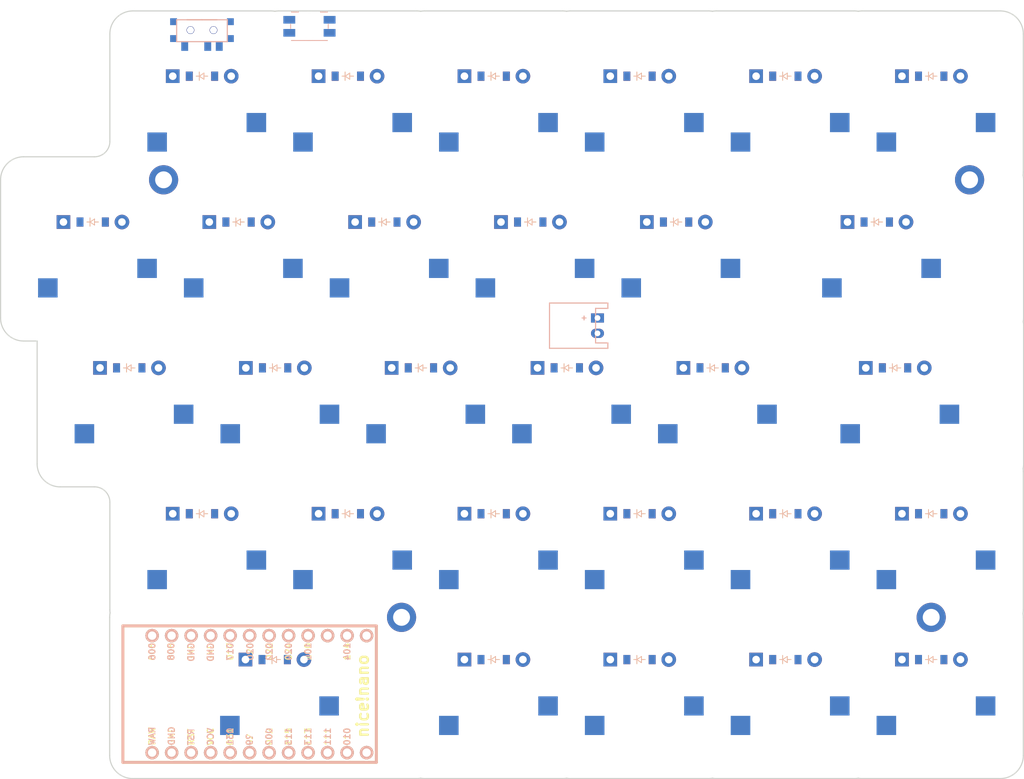
<source format=kicad_pcb>


(kicad_pcb
  (version 20240108)
  (generator "ergogen")
  (generator_version "4.2.1")
  (general
    (thickness 1.6)
    (legacy_teardrops no)
  )
  (paper "A3")
  (title_block
    (title "right")
    (date "2026-02-04")
    (rev "v1.0.0")
    (company "Unknown")
  )

  (layers
    (0 "F.Cu" signal)
    (31 "B.Cu" signal)
    (32 "B.Adhes" user "B.Adhesive")
    (33 "F.Adhes" user "F.Adhesive")
    (34 "B.Paste" user)
    (35 "F.Paste" user)
    (36 "B.SilkS" user "B.Silkscreen")
    (37 "F.SilkS" user "F.Silkscreen")
    (38 "B.Mask" user)
    (39 "F.Mask" user)
    (40 "Dwgs.User" user "User.Drawings")
    (41 "Cmts.User" user "User.Comments")
    (42 "Eco1.User" user "User.Eco1")
    (43 "Eco2.User" user "User.Eco2")
    (44 "Edge.Cuts" user)
    (45 "Margin" user)
    (46 "B.CrtYd" user "B.Courtyard")
    (47 "F.CrtYd" user "F.Courtyard")
    (48 "B.Fab" user)
    (49 "F.Fab" user)
  )

  (setup
    (pad_to_mask_clearance 0.05)
    (allow_soldermask_bridges_in_footprints no)
    (pcbplotparams
      (layerselection 0x00010fc_ffffffff)
      (plot_on_all_layers_selection 0x0000000_00000000)
      (disableapertmacros no)
      (usegerberextensions no)
      (usegerberattributes yes)
      (usegerberadvancedattributes yes)
      (creategerberjobfile yes)
      (dashed_line_dash_ratio 12.000000)
      (dashed_line_gap_ratio 3.000000)
      (svgprecision 4)
      (plotframeref no)
      (viasonmask no)
      (mode 1)
      (useauxorigin no)
      (hpglpennumber 1)
      (hpglpenspeed 20)
      (hpglpendiameter 15.000000)
      (pdf_front_fp_property_popups yes)
      (pdf_back_fp_property_popups yes)
      (dxfpolygonmode yes)
      (dxfimperialunits yes)
      (dxfusepcbnewfont yes)
      (psnegative no)
      (psa4output no)
      (plotreference yes)
      (plotvalue yes)
      (plotfptext yes)
      (plotinvisibletext no)
      (sketchpadsonfab no)
      (subtractmaskfromsilk no)
      (outputformat 1)
      (mirror no)
      (drillshape 1)
      (scaleselection 1)
      (outputdirectory "")
    )
  )

  (net 0 "")
(net 1 "P006")
(net 2 "c1_home")
(net 3 "c1_top")
(net 4 "P008")
(net 5 "c2_bottom")
(net 6 "c2_home")
(net 7 "c2_top")
(net 8 "c2_num")
(net 9 "P113")
(net 10 "c3_mod")
(net 11 "c3_bottom")
(net 12 "c3_home")
(net 13 "c3_top")
(net 14 "c3_num")
(net 15 "P111")
(net 16 "c4_mod")
(net 17 "c4_bottom")
(net 18 "c4_home")
(net 19 "c4_top")
(net 20 "c4_num")
(net 21 "P009")
(net 22 "c5_mod")
(net 23 "c5_bottom")
(net 24 "c5_home")
(net 25 "c5_top")
(net 26 "c5_num")
(net 27 "P024")
(net 28 "c6_mod")
(net 29 "c6_bottom")
(net 30 "c6_home")
(net 31 "c6_top")
(net 32 "c6_num")
(net 33 "P100")
(net 34 "c7_mod")
(net 35 "c7_bottom")
(net 36 "c7_num")
(net 37 "RAW")
(net 38 "GND")
(net 39 "RST")
(net 40 "VCC")
(net 41 "P031")
(net 42 "P029")
(net 43 "P002")
(net 44 "P115")
(net 45 "P010")
(net 46 "P017")
(net 47 "P020")
(net 48 "P022")
(net 49 "P011")
(net 50 "P104")
(net 51 "P106")
(net 52 "pos")

  
        
      (module MX (layer F.Cu) (tedit 5DD4F656)
      (at 259.525 112 180)

      
      (fp_text reference "S1" (at 0 0) (layer F.SilkS) hide (effects (font (size 1.27 1.27) (thickness 0.15))))
      (fp_text value "" (at 0 0) (layer F.SilkS) hide (effects (font (size 1.27 1.27) (thickness 0.15))))

      
      (fp_line (start -7 -6) (end -7 -7) (layer Dwgs.User) (width 0.15))
      (fp_line (start -7 7) (end -6 7) (layer Dwgs.User) (width 0.15))
      (fp_line (start -6 -7) (end -7 -7) (layer Dwgs.User) (width 0.15))
      (fp_line (start -7 7) (end -7 6) (layer Dwgs.User) (width 0.15))
      (fp_line (start 7 6) (end 7 7) (layer Dwgs.User) (width 0.15))
      (fp_line (start 7 -7) (end 6 -7) (layer Dwgs.User) (width 0.15))
      (fp_line (start 6 7) (end 7 7) (layer Dwgs.User) (width 0.15))
      (fp_line (start 7 -7) (end 7 -6) (layer Dwgs.User) (width 0.15))
    
      
      (pad "" np_thru_hole circle (at 0 0) (size 3.9878 3.9878) (drill 3.9878) (layers *.Cu *.Mask))

      
      (pad "" np_thru_hole circle (at 5.08 0) (size 1.7018 1.7018) (drill 1.7018) (layers *.Cu *.Mask))
      (pad "" np_thru_hole circle (at -5.08 0) (size 1.7018 1.7018) (drill 1.7018) (layers *.Cu *.Mask))
      
        
      
      (fp_line (start -9.5 -9.5) (end 9.5 -9.5) (layer Dwgs.User) (width 0.15))
      (fp_line (start 9.5 -9.5) (end 9.5 9.5) (layer Dwgs.User) (width 0.15))
      (fp_line (start 9.5 9.5) (end -9.5 9.5) (layer Dwgs.User) (width 0.15))
      (fp_line (start -9.5 9.5) (end -9.5 -9.5) (layer Dwgs.User) (width 0.15))
      
        
        
        (pad "" np_thru_hole circle (at 2.54 -5.08) (size 3 3) (drill 3) (layers *.Cu *.Mask))
        (pad "" np_thru_hole circle (at -3.81 -2.54) (size 3 3) (drill 3) (layers *.Cu *.Mask))
        
        
        (pad 1 smd rect (at -7.085 -2.54 180) (size 2.55 2.5) (layers B.Cu B.Paste B.Mask) (net 1 "P006"))
        (pad 2 smd rect (at 5.842 -5.08 180) (size 2.55 2.5) (layers B.Cu B.Paste B.Mask) (net 2 "c1_home"))
        )
        

        
      (module MX (layer F.Cu) (tedit 5DD4F656)
      (at 254.7625 93 180)

      
      (fp_text reference "S2" (at 0 0) (layer F.SilkS) hide (effects (font (size 1.27 1.27) (thickness 0.15))))
      (fp_text value "" (at 0 0) (layer F.SilkS) hide (effects (font (size 1.27 1.27) (thickness 0.15))))

      
      (fp_line (start -7 -6) (end -7 -7) (layer Dwgs.User) (width 0.15))
      (fp_line (start -7 7) (end -6 7) (layer Dwgs.User) (width 0.15))
      (fp_line (start -6 -7) (end -7 -7) (layer Dwgs.User) (width 0.15))
      (fp_line (start -7 7) (end -7 6) (layer Dwgs.User) (width 0.15))
      (fp_line (start 7 6) (end 7 7) (layer Dwgs.User) (width 0.15))
      (fp_line (start 7 -7) (end 6 -7) (layer Dwgs.User) (width 0.15))
      (fp_line (start 6 7) (end 7 7) (layer Dwgs.User) (width 0.15))
      (fp_line (start 7 -7) (end 7 -6) (layer Dwgs.User) (width 0.15))
    
      
      (pad "" np_thru_hole circle (at 0 0) (size 3.9878 3.9878) (drill 3.9878) (layers *.Cu *.Mask))

      
      (pad "" np_thru_hole circle (at 5.08 0) (size 1.7018 1.7018) (drill 1.7018) (layers *.Cu *.Mask))
      (pad "" np_thru_hole circle (at -5.08 0) (size 1.7018 1.7018) (drill 1.7018) (layers *.Cu *.Mask))
      
        
      
      (fp_line (start -9.5 -9.5) (end 9.5 -9.5) (layer Dwgs.User) (width 0.15))
      (fp_line (start 9.5 -9.5) (end 9.5 9.5) (layer Dwgs.User) (width 0.15))
      (fp_line (start 9.5 9.5) (end -9.5 9.5) (layer Dwgs.User) (width 0.15))
      (fp_line (start -9.5 9.5) (end -9.5 -9.5) (layer Dwgs.User) (width 0.15))
      
        
        
        (pad "" np_thru_hole circle (at 2.54 -5.08) (size 3 3) (drill 3) (layers *.Cu *.Mask))
        (pad "" np_thru_hole circle (at -3.81 -2.54) (size 3 3) (drill 3) (layers *.Cu *.Mask))
        
        
        (pad 1 smd rect (at -7.085 -2.54 180) (size 2.55 2.5) (layers B.Cu B.Paste B.Mask) (net 1 "P006"))
        (pad 2 smd rect (at 5.842 -5.08 180) (size 2.55 2.5) (layers B.Cu B.Paste B.Mask) (net 3 "c1_top"))
        )
        

        
      (module MX (layer F.Cu) (tedit 5DD4F656)
      (at 269 131 180)

      
      (fp_text reference "S3" (at 0 0) (layer F.SilkS) hide (effects (font (size 1.27 1.27) (thickness 0.15))))
      (fp_text value "" (at 0 0) (layer F.SilkS) hide (effects (font (size 1.27 1.27) (thickness 0.15))))

      
      (fp_line (start -7 -6) (end -7 -7) (layer Dwgs.User) (width 0.15))
      (fp_line (start -7 7) (end -6 7) (layer Dwgs.User) (width 0.15))
      (fp_line (start -6 -7) (end -7 -7) (layer Dwgs.User) (width 0.15))
      (fp_line (start -7 7) (end -7 6) (layer Dwgs.User) (width 0.15))
      (fp_line (start 7 6) (end 7 7) (layer Dwgs.User) (width 0.15))
      (fp_line (start 7 -7) (end 6 -7) (layer Dwgs.User) (width 0.15))
      (fp_line (start 6 7) (end 7 7) (layer Dwgs.User) (width 0.15))
      (fp_line (start 7 -7) (end 7 -6) (layer Dwgs.User) (width 0.15))
    
      
      (pad "" np_thru_hole circle (at 0 0) (size 3.9878 3.9878) (drill 3.9878) (layers *.Cu *.Mask))

      
      (pad "" np_thru_hole circle (at 5.08 0) (size 1.7018 1.7018) (drill 1.7018) (layers *.Cu *.Mask))
      (pad "" np_thru_hole circle (at -5.08 0) (size 1.7018 1.7018) (drill 1.7018) (layers *.Cu *.Mask))
      
        
      
      (fp_line (start -9.5 -9.5) (end 9.5 -9.5) (layer Dwgs.User) (width 0.15))
      (fp_line (start 9.5 -9.5) (end 9.5 9.5) (layer Dwgs.User) (width 0.15))
      (fp_line (start 9.5 9.5) (end -9.5 9.5) (layer Dwgs.User) (width 0.15))
      (fp_line (start -9.5 9.5) (end -9.5 -9.5) (layer Dwgs.User) (width 0.15))
      
        
        
        (pad "" np_thru_hole circle (at 2.54 -5.08) (size 3 3) (drill 3) (layers *.Cu *.Mask))
        (pad "" np_thru_hole circle (at -3.81 -2.54) (size 3 3) (drill 3) (layers *.Cu *.Mask))
        
        
        (pad 1 smd rect (at -7.085 -2.54 180) (size 2.55 2.5) (layers B.Cu B.Paste B.Mask) (net 4 "P008"))
        (pad 2 smd rect (at 5.842 -5.08 180) (size 2.55 2.5) (layers B.Cu B.Paste B.Mask) (net 5 "c2_bottom"))
        )
        

        
      (module MX (layer F.Cu) (tedit 5DD4F656)
      (at 278.525 112 180)

      
      (fp_text reference "S4" (at 0 0) (layer F.SilkS) hide (effects (font (size 1.27 1.27) (thickness 0.15))))
      (fp_text value "" (at 0 0) (layer F.SilkS) hide (effects (font (size 1.27 1.27) (thickness 0.15))))

      
      (fp_line (start -7 -6) (end -7 -7) (layer Dwgs.User) (width 0.15))
      (fp_line (start -7 7) (end -6 7) (layer Dwgs.User) (width 0.15))
      (fp_line (start -6 -7) (end -7 -7) (layer Dwgs.User) (width 0.15))
      (fp_line (start -7 7) (end -7 6) (layer Dwgs.User) (width 0.15))
      (fp_line (start 7 6) (end 7 7) (layer Dwgs.User) (width 0.15))
      (fp_line (start 7 -7) (end 6 -7) (layer Dwgs.User) (width 0.15))
      (fp_line (start 6 7) (end 7 7) (layer Dwgs.User) (width 0.15))
      (fp_line (start 7 -7) (end 7 -6) (layer Dwgs.User) (width 0.15))
    
      
      (pad "" np_thru_hole circle (at 0 0) (size 3.9878 3.9878) (drill 3.9878) (layers *.Cu *.Mask))

      
      (pad "" np_thru_hole circle (at 5.08 0) (size 1.7018 1.7018) (drill 1.7018) (layers *.Cu *.Mask))
      (pad "" np_thru_hole circle (at -5.08 0) (size 1.7018 1.7018) (drill 1.7018) (layers *.Cu *.Mask))
      
        
      
      (fp_line (start -9.5 -9.5) (end 9.5 -9.5) (layer Dwgs.User) (width 0.15))
      (fp_line (start 9.5 -9.5) (end 9.5 9.5) (layer Dwgs.User) (width 0.15))
      (fp_line (start 9.5 9.5) (end -9.5 9.5) (layer Dwgs.User) (width 0.15))
      (fp_line (start -9.5 9.5) (end -9.5 -9.5) (layer Dwgs.User) (width 0.15))
      
        
        
        (pad "" np_thru_hole circle (at 2.54 -5.08) (size 3 3) (drill 3) (layers *.Cu *.Mask))
        (pad "" np_thru_hole circle (at -3.81 -2.54) (size 3 3) (drill 3) (layers *.Cu *.Mask))
        
        
        (pad 1 smd rect (at -7.085 -2.54 180) (size 2.55 2.5) (layers B.Cu B.Paste B.Mask) (net 4 "P008"))
        (pad 2 smd rect (at 5.842 -5.08 180) (size 2.55 2.5) (layers B.Cu B.Paste B.Mask) (net 6 "c2_home"))
        )
        

        
      (module MX (layer F.Cu) (tedit 5DD4F656)
      (at 273.7625 93 180)

      
      (fp_text reference "S5" (at 0 0) (layer F.SilkS) hide (effects (font (size 1.27 1.27) (thickness 0.15))))
      (fp_text value "" (at 0 0) (layer F.SilkS) hide (effects (font (size 1.27 1.27) (thickness 0.15))))

      
      (fp_line (start -7 -6) (end -7 -7) (layer Dwgs.User) (width 0.15))
      (fp_line (start -7 7) (end -6 7) (layer Dwgs.User) (width 0.15))
      (fp_line (start -6 -7) (end -7 -7) (layer Dwgs.User) (width 0.15))
      (fp_line (start -7 7) (end -7 6) (layer Dwgs.User) (width 0.15))
      (fp_line (start 7 6) (end 7 7) (layer Dwgs.User) (width 0.15))
      (fp_line (start 7 -7) (end 6 -7) (layer Dwgs.User) (width 0.15))
      (fp_line (start 6 7) (end 7 7) (layer Dwgs.User) (width 0.15))
      (fp_line (start 7 -7) (end 7 -6) (layer Dwgs.User) (width 0.15))
    
      
      (pad "" np_thru_hole circle (at 0 0) (size 3.9878 3.9878) (drill 3.9878) (layers *.Cu *.Mask))

      
      (pad "" np_thru_hole circle (at 5.08 0) (size 1.7018 1.7018) (drill 1.7018) (layers *.Cu *.Mask))
      (pad "" np_thru_hole circle (at -5.08 0) (size 1.7018 1.7018) (drill 1.7018) (layers *.Cu *.Mask))
      
        
      
      (fp_line (start -9.5 -9.5) (end 9.5 -9.5) (layer Dwgs.User) (width 0.15))
      (fp_line (start 9.5 -9.5) (end 9.5 9.5) (layer Dwgs.User) (width 0.15))
      (fp_line (start 9.5 9.5) (end -9.5 9.5) (layer Dwgs.User) (width 0.15))
      (fp_line (start -9.5 9.5) (end -9.5 -9.5) (layer Dwgs.User) (width 0.15))
      
        
        
        (pad "" np_thru_hole circle (at 2.54 -5.08) (size 3 3) (drill 3) (layers *.Cu *.Mask))
        (pad "" np_thru_hole circle (at -3.81 -2.54) (size 3 3) (drill 3) (layers *.Cu *.Mask))
        
        
        (pad 1 smd rect (at -7.085 -2.54 180) (size 2.55 2.5) (layers B.Cu B.Paste B.Mask) (net 4 "P008"))
        (pad 2 smd rect (at 5.842 -5.08 180) (size 2.55 2.5) (layers B.Cu B.Paste B.Mask) (net 7 "c2_top"))
        )
        

        
      (module MX (layer F.Cu) (tedit 5DD4F656)
      (at 269 74 180)

      
      (fp_text reference "S6" (at 0 0) (layer F.SilkS) hide (effects (font (size 1.27 1.27) (thickness 0.15))))
      (fp_text value "" (at 0 0) (layer F.SilkS) hide (effects (font (size 1.27 1.27) (thickness 0.15))))

      
      (fp_line (start -7 -6) (end -7 -7) (layer Dwgs.User) (width 0.15))
      (fp_line (start -7 7) (end -6 7) (layer Dwgs.User) (width 0.15))
      (fp_line (start -6 -7) (end -7 -7) (layer Dwgs.User) (width 0.15))
      (fp_line (start -7 7) (end -7 6) (layer Dwgs.User) (width 0.15))
      (fp_line (start 7 6) (end 7 7) (layer Dwgs.User) (width 0.15))
      (fp_line (start 7 -7) (end 6 -7) (layer Dwgs.User) (width 0.15))
      (fp_line (start 6 7) (end 7 7) (layer Dwgs.User) (width 0.15))
      (fp_line (start 7 -7) (end 7 -6) (layer Dwgs.User) (width 0.15))
    
      
      (pad "" np_thru_hole circle (at 0 0) (size 3.9878 3.9878) (drill 3.9878) (layers *.Cu *.Mask))

      
      (pad "" np_thru_hole circle (at 5.08 0) (size 1.7018 1.7018) (drill 1.7018) (layers *.Cu *.Mask))
      (pad "" np_thru_hole circle (at -5.08 0) (size 1.7018 1.7018) (drill 1.7018) (layers *.Cu *.Mask))
      
        
      
      (fp_line (start -9.5 -9.5) (end 9.5 -9.5) (layer Dwgs.User) (width 0.15))
      (fp_line (start 9.5 -9.5) (end 9.5 9.5) (layer Dwgs.User) (width 0.15))
      (fp_line (start 9.5 9.5) (end -9.5 9.5) (layer Dwgs.User) (width 0.15))
      (fp_line (start -9.5 9.5) (end -9.5 -9.5) (layer Dwgs.User) (width 0.15))
      
        
        
        (pad "" np_thru_hole circle (at 2.54 -5.08) (size 3 3) (drill 3) (layers *.Cu *.Mask))
        (pad "" np_thru_hole circle (at -3.81 -2.54) (size 3 3) (drill 3) (layers *.Cu *.Mask))
        
        
        (pad 1 smd rect (at -7.085 -2.54 180) (size 2.55 2.5) (layers B.Cu B.Paste B.Mask) (net 4 "P008"))
        (pad 2 smd rect (at 5.842 -5.08 180) (size 2.55 2.5) (layers B.Cu B.Paste B.Mask) (net 8 "c2_num"))
        )
        

        
      (module MX (layer F.Cu) (tedit 5DD4F656)
      (at 278.475 150 180)

      
      (fp_text reference "S7" (at 0 0) (layer F.SilkS) hide (effects (font (size 1.27 1.27) (thickness 0.15))))
      (fp_text value "" (at 0 0) (layer F.SilkS) hide (effects (font (size 1.27 1.27) (thickness 0.15))))

      
      (fp_line (start -7 -6) (end -7 -7) (layer Dwgs.User) (width 0.15))
      (fp_line (start -7 7) (end -6 7) (layer Dwgs.User) (width 0.15))
      (fp_line (start -6 -7) (end -7 -7) (layer Dwgs.User) (width 0.15))
      (fp_line (start -7 7) (end -7 6) (layer Dwgs.User) (width 0.15))
      (fp_line (start 7 6) (end 7 7) (layer Dwgs.User) (width 0.15))
      (fp_line (start 7 -7) (end 6 -7) (layer Dwgs.User) (width 0.15))
      (fp_line (start 6 7) (end 7 7) (layer Dwgs.User) (width 0.15))
      (fp_line (start 7 -7) (end 7 -6) (layer Dwgs.User) (width 0.15))
    
      
      (pad "" np_thru_hole circle (at 0 0) (size 3.9878 3.9878) (drill 3.9878) (layers *.Cu *.Mask))

      
      (pad "" np_thru_hole circle (at 5.08 0) (size 1.7018 1.7018) (drill 1.7018) (layers *.Cu *.Mask))
      (pad "" np_thru_hole circle (at -5.08 0) (size 1.7018 1.7018) (drill 1.7018) (layers *.Cu *.Mask))
      
        
      
      (fp_line (start -9.5 -9.5) (end 9.5 -9.5) (layer Dwgs.User) (width 0.15))
      (fp_line (start 9.5 -9.5) (end 9.5 9.5) (layer Dwgs.User) (width 0.15))
      (fp_line (start 9.5 9.5) (end -9.5 9.5) (layer Dwgs.User) (width 0.15))
      (fp_line (start -9.5 9.5) (end -9.5 -9.5) (layer Dwgs.User) (width 0.15))
      
        
        
        (pad "" np_thru_hole circle (at 2.54 -5.08) (size 3 3) (drill 3) (layers *.Cu *.Mask))
        (pad "" np_thru_hole circle (at -3.81 -2.54) (size 3 3) (drill 3) (layers *.Cu *.Mask))
        
        
        (pad 1 smd rect (at -7.085 -2.54 180) (size 2.55 2.5) (layers B.Cu B.Paste B.Mask) (net 9 "P113"))
        (pad 2 smd rect (at 5.842 -5.08 180) (size 2.55 2.5) (layers B.Cu B.Paste B.Mask) (net 10 "c3_mod"))
        )
        

        
      (module MX (layer F.Cu) (tedit 5DD4F656)
      (at 288 131 180)

      
      (fp_text reference "S8" (at 0 0) (layer F.SilkS) hide (effects (font (size 1.27 1.27) (thickness 0.15))))
      (fp_text value "" (at 0 0) (layer F.SilkS) hide (effects (font (size 1.27 1.27) (thickness 0.15))))

      
      (fp_line (start -7 -6) (end -7 -7) (layer Dwgs.User) (width 0.15))
      (fp_line (start -7 7) (end -6 7) (layer Dwgs.User) (width 0.15))
      (fp_line (start -6 -7) (end -7 -7) (layer Dwgs.User) (width 0.15))
      (fp_line (start -7 7) (end -7 6) (layer Dwgs.User) (width 0.15))
      (fp_line (start 7 6) (end 7 7) (layer Dwgs.User) (width 0.15))
      (fp_line (start 7 -7) (end 6 -7) (layer Dwgs.User) (width 0.15))
      (fp_line (start 6 7) (end 7 7) (layer Dwgs.User) (width 0.15))
      (fp_line (start 7 -7) (end 7 -6) (layer Dwgs.User) (width 0.15))
    
      
      (pad "" np_thru_hole circle (at 0 0) (size 3.9878 3.9878) (drill 3.9878) (layers *.Cu *.Mask))

      
      (pad "" np_thru_hole circle (at 5.08 0) (size 1.7018 1.7018) (drill 1.7018) (layers *.Cu *.Mask))
      (pad "" np_thru_hole circle (at -5.08 0) (size 1.7018 1.7018) (drill 1.7018) (layers *.Cu *.Mask))
      
        
      
      (fp_line (start -9.5 -9.5) (end 9.5 -9.5) (layer Dwgs.User) (width 0.15))
      (fp_line (start 9.5 -9.5) (end 9.5 9.5) (layer Dwgs.User) (width 0.15))
      (fp_line (start 9.5 9.5) (end -9.5 9.5) (layer Dwgs.User) (width 0.15))
      (fp_line (start -9.5 9.5) (end -9.5 -9.5) (layer Dwgs.User) (width 0.15))
      
        
        
        (pad "" np_thru_hole circle (at 2.54 -5.08) (size 3 3) (drill 3) (layers *.Cu *.Mask))
        (pad "" np_thru_hole circle (at -3.81 -2.54) (size 3 3) (drill 3) (layers *.Cu *.Mask))
        
        
        (pad 1 smd rect (at -7.085 -2.54 180) (size 2.55 2.5) (layers B.Cu B.Paste B.Mask) (net 9 "P113"))
        (pad 2 smd rect (at 5.842 -5.08 180) (size 2.55 2.5) (layers B.Cu B.Paste B.Mask) (net 11 "c3_bottom"))
        )
        

        
      (module MX (layer F.Cu) (tedit 5DD4F656)
      (at 297.525 112 180)

      
      (fp_text reference "S9" (at 0 0) (layer F.SilkS) hide (effects (font (size 1.27 1.27) (thickness 0.15))))
      (fp_text value "" (at 0 0) (layer F.SilkS) hide (effects (font (size 1.27 1.27) (thickness 0.15))))

      
      (fp_line (start -7 -6) (end -7 -7) (layer Dwgs.User) (width 0.15))
      (fp_line (start -7 7) (end -6 7) (layer Dwgs.User) (width 0.15))
      (fp_line (start -6 -7) (end -7 -7) (layer Dwgs.User) (width 0.15))
      (fp_line (start -7 7) (end -7 6) (layer Dwgs.User) (width 0.15))
      (fp_line (start 7 6) (end 7 7) (layer Dwgs.User) (width 0.15))
      (fp_line (start 7 -7) (end 6 -7) (layer Dwgs.User) (width 0.15))
      (fp_line (start 6 7) (end 7 7) (layer Dwgs.User) (width 0.15))
      (fp_line (start 7 -7) (end 7 -6) (layer Dwgs.User) (width 0.15))
    
      
      (pad "" np_thru_hole circle (at 0 0) (size 3.9878 3.9878) (drill 3.9878) (layers *.Cu *.Mask))

      
      (pad "" np_thru_hole circle (at 5.08 0) (size 1.7018 1.7018) (drill 1.7018) (layers *.Cu *.Mask))
      (pad "" np_thru_hole circle (at -5.08 0) (size 1.7018 1.7018) (drill 1.7018) (layers *.Cu *.Mask))
      
        
      
      (fp_line (start -9.5 -9.5) (end 9.5 -9.5) (layer Dwgs.User) (width 0.15))
      (fp_line (start 9.5 -9.5) (end 9.5 9.5) (layer Dwgs.User) (width 0.15))
      (fp_line (start 9.5 9.5) (end -9.5 9.5) (layer Dwgs.User) (width 0.15))
      (fp_line (start -9.5 9.5) (end -9.5 -9.5) (layer Dwgs.User) (width 0.15))
      
        
        
        (pad "" np_thru_hole circle (at 2.54 -5.08) (size 3 3) (drill 3) (layers *.Cu *.Mask))
        (pad "" np_thru_hole circle (at -3.81 -2.54) (size 3 3) (drill 3) (layers *.Cu *.Mask))
        
        
        (pad 1 smd rect (at -7.085 -2.54 180) (size 2.55 2.5) (layers B.Cu B.Paste B.Mask) (net 9 "P113"))
        (pad 2 smd rect (at 5.842 -5.08 180) (size 2.55 2.5) (layers B.Cu B.Paste B.Mask) (net 12 "c3_home"))
        )
        

        
      (module MX (layer F.Cu) (tedit 5DD4F656)
      (at 292.7625 93 180)

      
      (fp_text reference "S10" (at 0 0) (layer F.SilkS) hide (effects (font (size 1.27 1.27) (thickness 0.15))))
      (fp_text value "" (at 0 0) (layer F.SilkS) hide (effects (font (size 1.27 1.27) (thickness 0.15))))

      
      (fp_line (start -7 -6) (end -7 -7) (layer Dwgs.User) (width 0.15))
      (fp_line (start -7 7) (end -6 7) (layer Dwgs.User) (width 0.15))
      (fp_line (start -6 -7) (end -7 -7) (layer Dwgs.User) (width 0.15))
      (fp_line (start -7 7) (end -7 6) (layer Dwgs.User) (width 0.15))
      (fp_line (start 7 6) (end 7 7) (layer Dwgs.User) (width 0.15))
      (fp_line (start 7 -7) (end 6 -7) (layer Dwgs.User) (width 0.15))
      (fp_line (start 6 7) (end 7 7) (layer Dwgs.User) (width 0.15))
      (fp_line (start 7 -7) (end 7 -6) (layer Dwgs.User) (width 0.15))
    
      
      (pad "" np_thru_hole circle (at 0 0) (size 3.9878 3.9878) (drill 3.9878) (layers *.Cu *.Mask))

      
      (pad "" np_thru_hole circle (at 5.08 0) (size 1.7018 1.7018) (drill 1.7018) (layers *.Cu *.Mask))
      (pad "" np_thru_hole circle (at -5.08 0) (size 1.7018 1.7018) (drill 1.7018) (layers *.Cu *.Mask))
      
        
      
      (fp_line (start -9.5 -9.5) (end 9.5 -9.5) (layer Dwgs.User) (width 0.15))
      (fp_line (start 9.5 -9.5) (end 9.5 9.5) (layer Dwgs.User) (width 0.15))
      (fp_line (start 9.5 9.5) (end -9.5 9.5) (layer Dwgs.User) (width 0.15))
      (fp_line (start -9.5 9.5) (end -9.5 -9.5) (layer Dwgs.User) (width 0.15))
      
        
        
        (pad "" np_thru_hole circle (at 2.54 -5.08) (size 3 3) (drill 3) (layers *.Cu *.Mask))
        (pad "" np_thru_hole circle (at -3.81 -2.54) (size 3 3) (drill 3) (layers *.Cu *.Mask))
        
        
        (pad 1 smd rect (at -7.085 -2.54 180) (size 2.55 2.5) (layers B.Cu B.Paste B.Mask) (net 9 "P113"))
        (pad 2 smd rect (at 5.842 -5.08 180) (size 2.55 2.5) (layers B.Cu B.Paste B.Mask) (net 13 "c3_top"))
        )
        

        
      (module MX (layer F.Cu) (tedit 5DD4F656)
      (at 288 74 180)

      
      (fp_text reference "S11" (at 0 0) (layer F.SilkS) hide (effects (font (size 1.27 1.27) (thickness 0.15))))
      (fp_text value "" (at 0 0) (layer F.SilkS) hide (effects (font (size 1.27 1.27) (thickness 0.15))))

      
      (fp_line (start -7 -6) (end -7 -7) (layer Dwgs.User) (width 0.15))
      (fp_line (start -7 7) (end -6 7) (layer Dwgs.User) (width 0.15))
      (fp_line (start -6 -7) (end -7 -7) (layer Dwgs.User) (width 0.15))
      (fp_line (start -7 7) (end -7 6) (layer Dwgs.User) (width 0.15))
      (fp_line (start 7 6) (end 7 7) (layer Dwgs.User) (width 0.15))
      (fp_line (start 7 -7) (end 6 -7) (layer Dwgs.User) (width 0.15))
      (fp_line (start 6 7) (end 7 7) (layer Dwgs.User) (width 0.15))
      (fp_line (start 7 -7) (end 7 -6) (layer Dwgs.User) (width 0.15))
    
      
      (pad "" np_thru_hole circle (at 0 0) (size 3.9878 3.9878) (drill 3.9878) (layers *.Cu *.Mask))

      
      (pad "" np_thru_hole circle (at 5.08 0) (size 1.7018 1.7018) (drill 1.7018) (layers *.Cu *.Mask))
      (pad "" np_thru_hole circle (at -5.08 0) (size 1.7018 1.7018) (drill 1.7018) (layers *.Cu *.Mask))
      
        
      
      (fp_line (start -9.5 -9.5) (end 9.5 -9.5) (layer Dwgs.User) (width 0.15))
      (fp_line (start 9.5 -9.5) (end 9.5 9.5) (layer Dwgs.User) (width 0.15))
      (fp_line (start 9.5 9.5) (end -9.5 9.5) (layer Dwgs.User) (width 0.15))
      (fp_line (start -9.5 9.5) (end -9.5 -9.5) (layer Dwgs.User) (width 0.15))
      
        
        
        (pad "" np_thru_hole circle (at 2.54 -5.08) (size 3 3) (drill 3) (layers *.Cu *.Mask))
        (pad "" np_thru_hole circle (at -3.81 -2.54) (size 3 3) (drill 3) (layers *.Cu *.Mask))
        
        
        (pad 1 smd rect (at -7.085 -2.54 180) (size 2.55 2.5) (layers B.Cu B.Paste B.Mask) (net 9 "P113"))
        (pad 2 smd rect (at 5.842 -5.08 180) (size 2.55 2.5) (layers B.Cu B.Paste B.Mask) (net 14 "c3_num"))
        )
        

        
      (module MX (layer F.Cu) (tedit 5DD4F656)
      (at 307 150 180)

      
      (fp_text reference "S12" (at 0 0) (layer F.SilkS) hide (effects (font (size 1.27 1.27) (thickness 0.15))))
      (fp_text value "" (at 0 0) (layer F.SilkS) hide (effects (font (size 1.27 1.27) (thickness 0.15))))

      
      (fp_line (start -7 -6) (end -7 -7) (layer Dwgs.User) (width 0.15))
      (fp_line (start -7 7) (end -6 7) (layer Dwgs.User) (width 0.15))
      (fp_line (start -6 -7) (end -7 -7) (layer Dwgs.User) (width 0.15))
      (fp_line (start -7 7) (end -7 6) (layer Dwgs.User) (width 0.15))
      (fp_line (start 7 6) (end 7 7) (layer Dwgs.User) (width 0.15))
      (fp_line (start 7 -7) (end 6 -7) (layer Dwgs.User) (width 0.15))
      (fp_line (start 6 7) (end 7 7) (layer Dwgs.User) (width 0.15))
      (fp_line (start 7 -7) (end 7 -6) (layer Dwgs.User) (width 0.15))
    
      
      (pad "" np_thru_hole circle (at 0 0) (size 3.9878 3.9878) (drill 3.9878) (layers *.Cu *.Mask))

      
      (pad "" np_thru_hole circle (at 5.08 0) (size 1.7018 1.7018) (drill 1.7018) (layers *.Cu *.Mask))
      (pad "" np_thru_hole circle (at -5.08 0) (size 1.7018 1.7018) (drill 1.7018) (layers *.Cu *.Mask))
      
        
      
      (fp_line (start -9.5 -9.5) (end 9.5 -9.5) (layer Dwgs.User) (width 0.15))
      (fp_line (start 9.5 -9.5) (end 9.5 9.5) (layer Dwgs.User) (width 0.15))
      (fp_line (start 9.5 9.5) (end -9.5 9.5) (layer Dwgs.User) (width 0.15))
      (fp_line (start -9.5 9.5) (end -9.5 -9.5) (layer Dwgs.User) (width 0.15))
      
        
        
        (pad "" np_thru_hole circle (at 2.54 -5.08) (size 3 3) (drill 3) (layers *.Cu *.Mask))
        (pad "" np_thru_hole circle (at -3.81 -2.54) (size 3 3) (drill 3) (layers *.Cu *.Mask))
        
        
        (pad 1 smd rect (at -7.085 -2.54 180) (size 2.55 2.5) (layers B.Cu B.Paste B.Mask) (net 15 "P111"))
        (pad 2 smd rect (at 5.842 -5.08 180) (size 2.55 2.5) (layers B.Cu B.Paste B.Mask) (net 16 "c4_mod"))
        )
        

        
      (module MX (layer F.Cu) (tedit 5DD4F656)
      (at 307 131 180)

      
      (fp_text reference "S13" (at 0 0) (layer F.SilkS) hide (effects (font (size 1.27 1.27) (thickness 0.15))))
      (fp_text value "" (at 0 0) (layer F.SilkS) hide (effects (font (size 1.27 1.27) (thickness 0.15))))

      
      (fp_line (start -7 -6) (end -7 -7) (layer Dwgs.User) (width 0.15))
      (fp_line (start -7 7) (end -6 7) (layer Dwgs.User) (width 0.15))
      (fp_line (start -6 -7) (end -7 -7) (layer Dwgs.User) (width 0.15))
      (fp_line (start -7 7) (end -7 6) (layer Dwgs.User) (width 0.15))
      (fp_line (start 7 6) (end 7 7) (layer Dwgs.User) (width 0.15))
      (fp_line (start 7 -7) (end 6 -7) (layer Dwgs.User) (width 0.15))
      (fp_line (start 6 7) (end 7 7) (layer Dwgs.User) (width 0.15))
      (fp_line (start 7 -7) (end 7 -6) (layer Dwgs.User) (width 0.15))
    
      
      (pad "" np_thru_hole circle (at 0 0) (size 3.9878 3.9878) (drill 3.9878) (layers *.Cu *.Mask))

      
      (pad "" np_thru_hole circle (at 5.08 0) (size 1.7018 1.7018) (drill 1.7018) (layers *.Cu *.Mask))
      (pad "" np_thru_hole circle (at -5.08 0) (size 1.7018 1.7018) (drill 1.7018) (layers *.Cu *.Mask))
      
        
      
      (fp_line (start -9.5 -9.5) (end 9.5 -9.5) (layer Dwgs.User) (width 0.15))
      (fp_line (start 9.5 -9.5) (end 9.5 9.5) (layer Dwgs.User) (width 0.15))
      (fp_line (start 9.5 9.5) (end -9.5 9.5) (layer Dwgs.User) (width 0.15))
      (fp_line (start -9.5 9.5) (end -9.5 -9.5) (layer Dwgs.User) (width 0.15))
      
        
        
        (pad "" np_thru_hole circle (at 2.54 -5.08) (size 3 3) (drill 3) (layers *.Cu *.Mask))
        (pad "" np_thru_hole circle (at -3.81 -2.54) (size 3 3) (drill 3) (layers *.Cu *.Mask))
        
        
        (pad 1 smd rect (at -7.085 -2.54 180) (size 2.55 2.5) (layers B.Cu B.Paste B.Mask) (net 15 "P111"))
        (pad 2 smd rect (at 5.842 -5.08 180) (size 2.55 2.5) (layers B.Cu B.Paste B.Mask) (net 17 "c4_bottom"))
        )
        

        
      (module MX (layer F.Cu) (tedit 5DD4F656)
      (at 316.525 112 180)

      
      (fp_text reference "S14" (at 0 0) (layer F.SilkS) hide (effects (font (size 1.27 1.27) (thickness 0.15))))
      (fp_text value "" (at 0 0) (layer F.SilkS) hide (effects (font (size 1.27 1.27) (thickness 0.15))))

      
      (fp_line (start -7 -6) (end -7 -7) (layer Dwgs.User) (width 0.15))
      (fp_line (start -7 7) (end -6 7) (layer Dwgs.User) (width 0.15))
      (fp_line (start -6 -7) (end -7 -7) (layer Dwgs.User) (width 0.15))
      (fp_line (start -7 7) (end -7 6) (layer Dwgs.User) (width 0.15))
      (fp_line (start 7 6) (end 7 7) (layer Dwgs.User) (width 0.15))
      (fp_line (start 7 -7) (end 6 -7) (layer Dwgs.User) (width 0.15))
      (fp_line (start 6 7) (end 7 7) (layer Dwgs.User) (width 0.15))
      (fp_line (start 7 -7) (end 7 -6) (layer Dwgs.User) (width 0.15))
    
      
      (pad "" np_thru_hole circle (at 0 0) (size 3.9878 3.9878) (drill 3.9878) (layers *.Cu *.Mask))

      
      (pad "" np_thru_hole circle (at 5.08 0) (size 1.7018 1.7018) (drill 1.7018) (layers *.Cu *.Mask))
      (pad "" np_thru_hole circle (at -5.08 0) (size 1.7018 1.7018) (drill 1.7018) (layers *.Cu *.Mask))
      
        
      
      (fp_line (start -9.5 -9.5) (end 9.5 -9.5) (layer Dwgs.User) (width 0.15))
      (fp_line (start 9.5 -9.5) (end 9.5 9.5) (layer Dwgs.User) (width 0.15))
      (fp_line (start 9.5 9.5) (end -9.5 9.5) (layer Dwgs.User) (width 0.15))
      (fp_line (start -9.5 9.5) (end -9.5 -9.5) (layer Dwgs.User) (width 0.15))
      
        
        
        (pad "" np_thru_hole circle (at 2.54 -5.08) (size 3 3) (drill 3) (layers *.Cu *.Mask))
        (pad "" np_thru_hole circle (at -3.81 -2.54) (size 3 3) (drill 3) (layers *.Cu *.Mask))
        
        
        (pad 1 smd rect (at -7.085 -2.54 180) (size 2.55 2.5) (layers B.Cu B.Paste B.Mask) (net 15 "P111"))
        (pad 2 smd rect (at 5.842 -5.08 180) (size 2.55 2.5) (layers B.Cu B.Paste B.Mask) (net 18 "c4_home"))
        )
        

        
      (module MX (layer F.Cu) (tedit 5DD4F656)
      (at 311.7625 93 180)

      
      (fp_text reference "S15" (at 0 0) (layer F.SilkS) hide (effects (font (size 1.27 1.27) (thickness 0.15))))
      (fp_text value "" (at 0 0) (layer F.SilkS) hide (effects (font (size 1.27 1.27) (thickness 0.15))))

      
      (fp_line (start -7 -6) (end -7 -7) (layer Dwgs.User) (width 0.15))
      (fp_line (start -7 7) (end -6 7) (layer Dwgs.User) (width 0.15))
      (fp_line (start -6 -7) (end -7 -7) (layer Dwgs.User) (width 0.15))
      (fp_line (start -7 7) (end -7 6) (layer Dwgs.User) (width 0.15))
      (fp_line (start 7 6) (end 7 7) (layer Dwgs.User) (width 0.15))
      (fp_line (start 7 -7) (end 6 -7) (layer Dwgs.User) (width 0.15))
      (fp_line (start 6 7) (end 7 7) (layer Dwgs.User) (width 0.15))
      (fp_line (start 7 -7) (end 7 -6) (layer Dwgs.User) (width 0.15))
    
      
      (pad "" np_thru_hole circle (at 0 0) (size 3.9878 3.9878) (drill 3.9878) (layers *.Cu *.Mask))

      
      (pad "" np_thru_hole circle (at 5.08 0) (size 1.7018 1.7018) (drill 1.7018) (layers *.Cu *.Mask))
      (pad "" np_thru_hole circle (at -5.08 0) (size 1.7018 1.7018) (drill 1.7018) (layers *.Cu *.Mask))
      
        
      
      (fp_line (start -9.5 -9.5) (end 9.5 -9.5) (layer Dwgs.User) (width 0.15))
      (fp_line (start 9.5 -9.5) (end 9.5 9.5) (layer Dwgs.User) (width 0.15))
      (fp_line (start 9.5 9.5) (end -9.5 9.5) (layer Dwgs.User) (width 0.15))
      (fp_line (start -9.5 9.5) (end -9.5 -9.5) (layer Dwgs.User) (width 0.15))
      
        
        
        (pad "" np_thru_hole circle (at 2.54 -5.08) (size 3 3) (drill 3) (layers *.Cu *.Mask))
        (pad "" np_thru_hole circle (at -3.81 -2.54) (size 3 3) (drill 3) (layers *.Cu *.Mask))
        
        
        (pad 1 smd rect (at -7.085 -2.54 180) (size 2.55 2.5) (layers B.Cu B.Paste B.Mask) (net 15 "P111"))
        (pad 2 smd rect (at 5.842 -5.08 180) (size 2.55 2.5) (layers B.Cu B.Paste B.Mask) (net 19 "c4_top"))
        )
        

        
      (module MX (layer F.Cu) (tedit 5DD4F656)
      (at 307 74 180)

      
      (fp_text reference "S16" (at 0 0) (layer F.SilkS) hide (effects (font (size 1.27 1.27) (thickness 0.15))))
      (fp_text value "" (at 0 0) (layer F.SilkS) hide (effects (font (size 1.27 1.27) (thickness 0.15))))

      
      (fp_line (start -7 -6) (end -7 -7) (layer Dwgs.User) (width 0.15))
      (fp_line (start -7 7) (end -6 7) (layer Dwgs.User) (width 0.15))
      (fp_line (start -6 -7) (end -7 -7) (layer Dwgs.User) (width 0.15))
      (fp_line (start -7 7) (end -7 6) (layer Dwgs.User) (width 0.15))
      (fp_line (start 7 6) (end 7 7) (layer Dwgs.User) (width 0.15))
      (fp_line (start 7 -7) (end 6 -7) (layer Dwgs.User) (width 0.15))
      (fp_line (start 6 7) (end 7 7) (layer Dwgs.User) (width 0.15))
      (fp_line (start 7 -7) (end 7 -6) (layer Dwgs.User) (width 0.15))
    
      
      (pad "" np_thru_hole circle (at 0 0) (size 3.9878 3.9878) (drill 3.9878) (layers *.Cu *.Mask))

      
      (pad "" np_thru_hole circle (at 5.08 0) (size 1.7018 1.7018) (drill 1.7018) (layers *.Cu *.Mask))
      (pad "" np_thru_hole circle (at -5.08 0) (size 1.7018 1.7018) (drill 1.7018) (layers *.Cu *.Mask))
      
        
      
      (fp_line (start -9.5 -9.5) (end 9.5 -9.5) (layer Dwgs.User) (width 0.15))
      (fp_line (start 9.5 -9.5) (end 9.5 9.5) (layer Dwgs.User) (width 0.15))
      (fp_line (start 9.5 9.5) (end -9.5 9.5) (layer Dwgs.User) (width 0.15))
      (fp_line (start -9.5 9.5) (end -9.5 -9.5) (layer Dwgs.User) (width 0.15))
      
        
        
        (pad "" np_thru_hole circle (at 2.54 -5.08) (size 3 3) (drill 3) (layers *.Cu *.Mask))
        (pad "" np_thru_hole circle (at -3.81 -2.54) (size 3 3) (drill 3) (layers *.Cu *.Mask))
        
        
        (pad 1 smd rect (at -7.085 -2.54 180) (size 2.55 2.5) (layers B.Cu B.Paste B.Mask) (net 15 "P111"))
        (pad 2 smd rect (at 5.842 -5.08 180) (size 2.55 2.5) (layers B.Cu B.Paste B.Mask) (net 20 "c4_num"))
        )
        

        
      (module MX (layer F.Cu) (tedit 5DD4F656)
      (at 326 150 180)

      
      (fp_text reference "S17" (at 0 0) (layer F.SilkS) hide (effects (font (size 1.27 1.27) (thickness 0.15))))
      (fp_text value "" (at 0 0) (layer F.SilkS) hide (effects (font (size 1.27 1.27) (thickness 0.15))))

      
      (fp_line (start -7 -6) (end -7 -7) (layer Dwgs.User) (width 0.15))
      (fp_line (start -7 7) (end -6 7) (layer Dwgs.User) (width 0.15))
      (fp_line (start -6 -7) (end -7 -7) (layer Dwgs.User) (width 0.15))
      (fp_line (start -7 7) (end -7 6) (layer Dwgs.User) (width 0.15))
      (fp_line (start 7 6) (end 7 7) (layer Dwgs.User) (width 0.15))
      (fp_line (start 7 -7) (end 6 -7) (layer Dwgs.User) (width 0.15))
      (fp_line (start 6 7) (end 7 7) (layer Dwgs.User) (width 0.15))
      (fp_line (start 7 -7) (end 7 -6) (layer Dwgs.User) (width 0.15))
    
      
      (pad "" np_thru_hole circle (at 0 0) (size 3.9878 3.9878) (drill 3.9878) (layers *.Cu *.Mask))

      
      (pad "" np_thru_hole circle (at 5.08 0) (size 1.7018 1.7018) (drill 1.7018) (layers *.Cu *.Mask))
      (pad "" np_thru_hole circle (at -5.08 0) (size 1.7018 1.7018) (drill 1.7018) (layers *.Cu *.Mask))
      
        
      
      (fp_line (start -9.5 -9.5) (end 9.5 -9.5) (layer Dwgs.User) (width 0.15))
      (fp_line (start 9.5 -9.5) (end 9.5 9.5) (layer Dwgs.User) (width 0.15))
      (fp_line (start 9.5 9.5) (end -9.5 9.5) (layer Dwgs.User) (width 0.15))
      (fp_line (start -9.5 9.5) (end -9.5 -9.5) (layer Dwgs.User) (width 0.15))
      
        
        
        (pad "" np_thru_hole circle (at 2.54 -5.08) (size 3 3) (drill 3) (layers *.Cu *.Mask))
        (pad "" np_thru_hole circle (at -3.81 -2.54) (size 3 3) (drill 3) (layers *.Cu *.Mask))
        
        
        (pad 1 smd rect (at -7.085 -2.54 180) (size 2.55 2.5) (layers B.Cu B.Paste B.Mask) (net 21 "P009"))
        (pad 2 smd rect (at 5.842 -5.08 180) (size 2.55 2.5) (layers B.Cu B.Paste B.Mask) (net 22 "c5_mod"))
        )
        

        
      (module MX (layer F.Cu) (tedit 5DD4F656)
      (at 326 131 180)

      
      (fp_text reference "S18" (at 0 0) (layer F.SilkS) hide (effects (font (size 1.27 1.27) (thickness 0.15))))
      (fp_text value "" (at 0 0) (layer F.SilkS) hide (effects (font (size 1.27 1.27) (thickness 0.15))))

      
      (fp_line (start -7 -6) (end -7 -7) (layer Dwgs.User) (width 0.15))
      (fp_line (start -7 7) (end -6 7) (layer Dwgs.User) (width 0.15))
      (fp_line (start -6 -7) (end -7 -7) (layer Dwgs.User) (width 0.15))
      (fp_line (start -7 7) (end -7 6) (layer Dwgs.User) (width 0.15))
      (fp_line (start 7 6) (end 7 7) (layer Dwgs.User) (width 0.15))
      (fp_line (start 7 -7) (end 6 -7) (layer Dwgs.User) (width 0.15))
      (fp_line (start 6 7) (end 7 7) (layer Dwgs.User) (width 0.15))
      (fp_line (start 7 -7) (end 7 -6) (layer Dwgs.User) (width 0.15))
    
      
      (pad "" np_thru_hole circle (at 0 0) (size 3.9878 3.9878) (drill 3.9878) (layers *.Cu *.Mask))

      
      (pad "" np_thru_hole circle (at 5.08 0) (size 1.7018 1.7018) (drill 1.7018) (layers *.Cu *.Mask))
      (pad "" np_thru_hole circle (at -5.08 0) (size 1.7018 1.7018) (drill 1.7018) (layers *.Cu *.Mask))
      
        
      
      (fp_line (start -9.5 -9.5) (end 9.5 -9.5) (layer Dwgs.User) (width 0.15))
      (fp_line (start 9.5 -9.5) (end 9.5 9.5) (layer Dwgs.User) (width 0.15))
      (fp_line (start 9.5 9.5) (end -9.5 9.5) (layer Dwgs.User) (width 0.15))
      (fp_line (start -9.5 9.5) (end -9.5 -9.5) (layer Dwgs.User) (width 0.15))
      
        
        
        (pad "" np_thru_hole circle (at 2.54 -5.08) (size 3 3) (drill 3) (layers *.Cu *.Mask))
        (pad "" np_thru_hole circle (at -3.81 -2.54) (size 3 3) (drill 3) (layers *.Cu *.Mask))
        
        
        (pad 1 smd rect (at -7.085 -2.54 180) (size 2.55 2.5) (layers B.Cu B.Paste B.Mask) (net 21 "P009"))
        (pad 2 smd rect (at 5.842 -5.08 180) (size 2.55 2.5) (layers B.Cu B.Paste B.Mask) (net 23 "c5_bottom"))
        )
        

        
      (module MX (layer F.Cu) (tedit 5DD4F656)
      (at 335.525 112 180)

      
      (fp_text reference "S19" (at 0 0) (layer F.SilkS) hide (effects (font (size 1.27 1.27) (thickness 0.15))))
      (fp_text value "" (at 0 0) (layer F.SilkS) hide (effects (font (size 1.27 1.27) (thickness 0.15))))

      
      (fp_line (start -7 -6) (end -7 -7) (layer Dwgs.User) (width 0.15))
      (fp_line (start -7 7) (end -6 7) (layer Dwgs.User) (width 0.15))
      (fp_line (start -6 -7) (end -7 -7) (layer Dwgs.User) (width 0.15))
      (fp_line (start -7 7) (end -7 6) (layer Dwgs.User) (width 0.15))
      (fp_line (start 7 6) (end 7 7) (layer Dwgs.User) (width 0.15))
      (fp_line (start 7 -7) (end 6 -7) (layer Dwgs.User) (width 0.15))
      (fp_line (start 6 7) (end 7 7) (layer Dwgs.User) (width 0.15))
      (fp_line (start 7 -7) (end 7 -6) (layer Dwgs.User) (width 0.15))
    
      
      (pad "" np_thru_hole circle (at 0 0) (size 3.9878 3.9878) (drill 3.9878) (layers *.Cu *.Mask))

      
      (pad "" np_thru_hole circle (at 5.08 0) (size 1.7018 1.7018) (drill 1.7018) (layers *.Cu *.Mask))
      (pad "" np_thru_hole circle (at -5.08 0) (size 1.7018 1.7018) (drill 1.7018) (layers *.Cu *.Mask))
      
        
      
      (fp_line (start -9.5 -9.5) (end 9.5 -9.5) (layer Dwgs.User) (width 0.15))
      (fp_line (start 9.5 -9.5) (end 9.5 9.5) (layer Dwgs.User) (width 0.15))
      (fp_line (start 9.5 9.5) (end -9.5 9.5) (layer Dwgs.User) (width 0.15))
      (fp_line (start -9.5 9.5) (end -9.5 -9.5) (layer Dwgs.User) (width 0.15))
      
        
        
        (pad "" np_thru_hole circle (at 2.54 -5.08) (size 3 3) (drill 3) (layers *.Cu *.Mask))
        (pad "" np_thru_hole circle (at -3.81 -2.54) (size 3 3) (drill 3) (layers *.Cu *.Mask))
        
        
        (pad 1 smd rect (at -7.085 -2.54 180) (size 2.55 2.5) (layers B.Cu B.Paste B.Mask) (net 21 "P009"))
        (pad 2 smd rect (at 5.842 -5.08 180) (size 2.55 2.5) (layers B.Cu B.Paste B.Mask) (net 24 "c5_home"))
        )
        

        
      (module MX (layer F.Cu) (tedit 5DD4F656)
      (at 330.7625 93 180)

      
      (fp_text reference "S20" (at 0 0) (layer F.SilkS) hide (effects (font (size 1.27 1.27) (thickness 0.15))))
      (fp_text value "" (at 0 0) (layer F.SilkS) hide (effects (font (size 1.27 1.27) (thickness 0.15))))

      
      (fp_line (start -7 -6) (end -7 -7) (layer Dwgs.User) (width 0.15))
      (fp_line (start -7 7) (end -6 7) (layer Dwgs.User) (width 0.15))
      (fp_line (start -6 -7) (end -7 -7) (layer Dwgs.User) (width 0.15))
      (fp_line (start -7 7) (end -7 6) (layer Dwgs.User) (width 0.15))
      (fp_line (start 7 6) (end 7 7) (layer Dwgs.User) (width 0.15))
      (fp_line (start 7 -7) (end 6 -7) (layer Dwgs.User) (width 0.15))
      (fp_line (start 6 7) (end 7 7) (layer Dwgs.User) (width 0.15))
      (fp_line (start 7 -7) (end 7 -6) (layer Dwgs.User) (width 0.15))
    
      
      (pad "" np_thru_hole circle (at 0 0) (size 3.9878 3.9878) (drill 3.9878) (layers *.Cu *.Mask))

      
      (pad "" np_thru_hole circle (at 5.08 0) (size 1.7018 1.7018) (drill 1.7018) (layers *.Cu *.Mask))
      (pad "" np_thru_hole circle (at -5.08 0) (size 1.7018 1.7018) (drill 1.7018) (layers *.Cu *.Mask))
      
        
      
      (fp_line (start -9.5 -9.5) (end 9.5 -9.5) (layer Dwgs.User) (width 0.15))
      (fp_line (start 9.5 -9.5) (end 9.5 9.5) (layer Dwgs.User) (width 0.15))
      (fp_line (start 9.5 9.5) (end -9.5 9.5) (layer Dwgs.User) (width 0.15))
      (fp_line (start -9.5 9.5) (end -9.5 -9.5) (layer Dwgs.User) (width 0.15))
      
        
        
        (pad "" np_thru_hole circle (at 2.54 -5.08) (size 3 3) (drill 3) (layers *.Cu *.Mask))
        (pad "" np_thru_hole circle (at -3.81 -2.54) (size 3 3) (drill 3) (layers *.Cu *.Mask))
        
        
        (pad 1 smd rect (at -7.085 -2.54 180) (size 2.55 2.5) (layers B.Cu B.Paste B.Mask) (net 21 "P009"))
        (pad 2 smd rect (at 5.842 -5.08 180) (size 2.55 2.5) (layers B.Cu B.Paste B.Mask) (net 25 "c5_top"))
        )
        

        
      (module MX (layer F.Cu) (tedit 5DD4F656)
      (at 326 74 180)

      
      (fp_text reference "S21" (at 0 0) (layer F.SilkS) hide (effects (font (size 1.27 1.27) (thickness 0.15))))
      (fp_text value "" (at 0 0) (layer F.SilkS) hide (effects (font (size 1.27 1.27) (thickness 0.15))))

      
      (fp_line (start -7 -6) (end -7 -7) (layer Dwgs.User) (width 0.15))
      (fp_line (start -7 7) (end -6 7) (layer Dwgs.User) (width 0.15))
      (fp_line (start -6 -7) (end -7 -7) (layer Dwgs.User) (width 0.15))
      (fp_line (start -7 7) (end -7 6) (layer Dwgs.User) (width 0.15))
      (fp_line (start 7 6) (end 7 7) (layer Dwgs.User) (width 0.15))
      (fp_line (start 7 -7) (end 6 -7) (layer Dwgs.User) (width 0.15))
      (fp_line (start 6 7) (end 7 7) (layer Dwgs.User) (width 0.15))
      (fp_line (start 7 -7) (end 7 -6) (layer Dwgs.User) (width 0.15))
    
      
      (pad "" np_thru_hole circle (at 0 0) (size 3.9878 3.9878) (drill 3.9878) (layers *.Cu *.Mask))

      
      (pad "" np_thru_hole circle (at 5.08 0) (size 1.7018 1.7018) (drill 1.7018) (layers *.Cu *.Mask))
      (pad "" np_thru_hole circle (at -5.08 0) (size 1.7018 1.7018) (drill 1.7018) (layers *.Cu *.Mask))
      
        
      
      (fp_line (start -9.5 -9.5) (end 9.5 -9.5) (layer Dwgs.User) (width 0.15))
      (fp_line (start 9.5 -9.5) (end 9.5 9.5) (layer Dwgs.User) (width 0.15))
      (fp_line (start 9.5 9.5) (end -9.5 9.5) (layer Dwgs.User) (width 0.15))
      (fp_line (start -9.5 9.5) (end -9.5 -9.5) (layer Dwgs.User) (width 0.15))
      
        
        
        (pad "" np_thru_hole circle (at 2.54 -5.08) (size 3 3) (drill 3) (layers *.Cu *.Mask))
        (pad "" np_thru_hole circle (at -3.81 -2.54) (size 3 3) (drill 3) (layers *.Cu *.Mask))
        
        
        (pad 1 smd rect (at -7.085 -2.54 180) (size 2.55 2.5) (layers B.Cu B.Paste B.Mask) (net 21 "P009"))
        (pad 2 smd rect (at 5.842 -5.08 180) (size 2.55 2.5) (layers B.Cu B.Paste B.Mask) (net 26 "c5_num"))
        )
        

        
      (module MX (layer F.Cu) (tedit 5DD4F656)
      (at 345 150 180)

      
      (fp_text reference "S22" (at 0 0) (layer F.SilkS) hide (effects (font (size 1.27 1.27) (thickness 0.15))))
      (fp_text value "" (at 0 0) (layer F.SilkS) hide (effects (font (size 1.27 1.27) (thickness 0.15))))

      
      (fp_line (start -7 -6) (end -7 -7) (layer Dwgs.User) (width 0.15))
      (fp_line (start -7 7) (end -6 7) (layer Dwgs.User) (width 0.15))
      (fp_line (start -6 -7) (end -7 -7) (layer Dwgs.User) (width 0.15))
      (fp_line (start -7 7) (end -7 6) (layer Dwgs.User) (width 0.15))
      (fp_line (start 7 6) (end 7 7) (layer Dwgs.User) (width 0.15))
      (fp_line (start 7 -7) (end 6 -7) (layer Dwgs.User) (width 0.15))
      (fp_line (start 6 7) (end 7 7) (layer Dwgs.User) (width 0.15))
      (fp_line (start 7 -7) (end 7 -6) (layer Dwgs.User) (width 0.15))
    
      
      (pad "" np_thru_hole circle (at 0 0) (size 3.9878 3.9878) (drill 3.9878) (layers *.Cu *.Mask))

      
      (pad "" np_thru_hole circle (at 5.08 0) (size 1.7018 1.7018) (drill 1.7018) (layers *.Cu *.Mask))
      (pad "" np_thru_hole circle (at -5.08 0) (size 1.7018 1.7018) (drill 1.7018) (layers *.Cu *.Mask))
      
        
      
      (fp_line (start -9.5 -9.5) (end 9.5 -9.5) (layer Dwgs.User) (width 0.15))
      (fp_line (start 9.5 -9.5) (end 9.5 9.5) (layer Dwgs.User) (width 0.15))
      (fp_line (start 9.5 9.5) (end -9.5 9.5) (layer Dwgs.User) (width 0.15))
      (fp_line (start -9.5 9.5) (end -9.5 -9.5) (layer Dwgs.User) (width 0.15))
      
        
        
        (pad "" np_thru_hole circle (at 2.54 -5.08) (size 3 3) (drill 3) (layers *.Cu *.Mask))
        (pad "" np_thru_hole circle (at -3.81 -2.54) (size 3 3) (drill 3) (layers *.Cu *.Mask))
        
        
        (pad 1 smd rect (at -7.085 -2.54 180) (size 2.55 2.5) (layers B.Cu B.Paste B.Mask) (net 27 "P024"))
        (pad 2 smd rect (at 5.842 -5.08 180) (size 2.55 2.5) (layers B.Cu B.Paste B.Mask) (net 28 "c6_mod"))
        )
        

        
      (module MX (layer F.Cu) (tedit 5DD4F656)
      (at 345 131 180)

      
      (fp_text reference "S23" (at 0 0) (layer F.SilkS) hide (effects (font (size 1.27 1.27) (thickness 0.15))))
      (fp_text value "" (at 0 0) (layer F.SilkS) hide (effects (font (size 1.27 1.27) (thickness 0.15))))

      
      (fp_line (start -7 -6) (end -7 -7) (layer Dwgs.User) (width 0.15))
      (fp_line (start -7 7) (end -6 7) (layer Dwgs.User) (width 0.15))
      (fp_line (start -6 -7) (end -7 -7) (layer Dwgs.User) (width 0.15))
      (fp_line (start -7 7) (end -7 6) (layer Dwgs.User) (width 0.15))
      (fp_line (start 7 6) (end 7 7) (layer Dwgs.User) (width 0.15))
      (fp_line (start 7 -7) (end 6 -7) (layer Dwgs.User) (width 0.15))
      (fp_line (start 6 7) (end 7 7) (layer Dwgs.User) (width 0.15))
      (fp_line (start 7 -7) (end 7 -6) (layer Dwgs.User) (width 0.15))
    
      
      (pad "" np_thru_hole circle (at 0 0) (size 3.9878 3.9878) (drill 3.9878) (layers *.Cu *.Mask))

      
      (pad "" np_thru_hole circle (at 5.08 0) (size 1.7018 1.7018) (drill 1.7018) (layers *.Cu *.Mask))
      (pad "" np_thru_hole circle (at -5.08 0) (size 1.7018 1.7018) (drill 1.7018) (layers *.Cu *.Mask))
      
        
      
      (fp_line (start -9.5 -9.5) (end 9.5 -9.5) (layer Dwgs.User) (width 0.15))
      (fp_line (start 9.5 -9.5) (end 9.5 9.5) (layer Dwgs.User) (width 0.15))
      (fp_line (start 9.5 9.5) (end -9.5 9.5) (layer Dwgs.User) (width 0.15))
      (fp_line (start -9.5 9.5) (end -9.5 -9.5) (layer Dwgs.User) (width 0.15))
      
        
        
        (pad "" np_thru_hole circle (at 2.54 -5.08) (size 3 3) (drill 3) (layers *.Cu *.Mask))
        (pad "" np_thru_hole circle (at -3.81 -2.54) (size 3 3) (drill 3) (layers *.Cu *.Mask))
        
        
        (pad 1 smd rect (at -7.085 -2.54 180) (size 2.55 2.5) (layers B.Cu B.Paste B.Mask) (net 27 "P024"))
        (pad 2 smd rect (at 5.842 -5.08 180) (size 2.55 2.5) (layers B.Cu B.Paste B.Mask) (net 29 "c6_bottom"))
        )
        

        
      (module MX (layer F.Cu) (tedit 5DD4F656)
      (at 359.28749999999997 112 180)

      
      (fp_text reference "S24" (at 0 0) (layer F.SilkS) hide (effects (font (size 1.27 1.27) (thickness 0.15))))
      (fp_text value "" (at 0 0) (layer F.SilkS) hide (effects (font (size 1.27 1.27) (thickness 0.15))))

      
      (fp_line (start -7 -6) (end -7 -7) (layer Dwgs.User) (width 0.15))
      (fp_line (start -7 7) (end -6 7) (layer Dwgs.User) (width 0.15))
      (fp_line (start -6 -7) (end -7 -7) (layer Dwgs.User) (width 0.15))
      (fp_line (start -7 7) (end -7 6) (layer Dwgs.User) (width 0.15))
      (fp_line (start 7 6) (end 7 7) (layer Dwgs.User) (width 0.15))
      (fp_line (start 7 -7) (end 6 -7) (layer Dwgs.User) (width 0.15))
      (fp_line (start 6 7) (end 7 7) (layer Dwgs.User) (width 0.15))
      (fp_line (start 7 -7) (end 7 -6) (layer Dwgs.User) (width 0.15))
    
      
      (pad "" np_thru_hole circle (at 0 0) (size 3.9878 3.9878) (drill 3.9878) (layers *.Cu *.Mask))

      
      (pad "" np_thru_hole circle (at 5.08 0) (size 1.7018 1.7018) (drill 1.7018) (layers *.Cu *.Mask))
      (pad "" np_thru_hole circle (at -5.08 0) (size 1.7018 1.7018) (drill 1.7018) (layers *.Cu *.Mask))
      
        
      
      (fp_line (start -9.5 -9.5) (end 9.5 -9.5) (layer Dwgs.User) (width 0.15))
      (fp_line (start 9.5 -9.5) (end 9.5 9.5) (layer Dwgs.User) (width 0.15))
      (fp_line (start 9.5 9.5) (end -9.5 9.5) (layer Dwgs.User) (width 0.15))
      (fp_line (start -9.5 9.5) (end -9.5 -9.5) (layer Dwgs.User) (width 0.15))
      
        
        
        (pad "" np_thru_hole circle (at 2.54 -5.08) (size 3 3) (drill 3) (layers *.Cu *.Mask))
        (pad "" np_thru_hole circle (at -3.81 -2.54) (size 3 3) (drill 3) (layers *.Cu *.Mask))
        
        
        (pad 1 smd rect (at -7.085 -2.54 180) (size 2.55 2.5) (layers B.Cu B.Paste B.Mask) (net 27 "P024"))
        (pad 2 smd rect (at 5.842 -5.08 180) (size 2.55 2.5) (layers B.Cu B.Paste B.Mask) (net 30 "c6_home"))
        )
        

        
      (module MX (layer F.Cu) (tedit 5DD4F656)
      (at 356.90625 93 180)

      
      (fp_text reference "S25" (at 0 0) (layer F.SilkS) hide (effects (font (size 1.27 1.27) (thickness 0.15))))
      (fp_text value "" (at 0 0) (layer F.SilkS) hide (effects (font (size 1.27 1.27) (thickness 0.15))))

      
      (fp_line (start -7 -6) (end -7 -7) (layer Dwgs.User) (width 0.15))
      (fp_line (start -7 7) (end -6 7) (layer Dwgs.User) (width 0.15))
      (fp_line (start -6 -7) (end -7 -7) (layer Dwgs.User) (width 0.15))
      (fp_line (start -7 7) (end -7 6) (layer Dwgs.User) (width 0.15))
      (fp_line (start 7 6) (end 7 7) (layer Dwgs.User) (width 0.15))
      (fp_line (start 7 -7) (end 6 -7) (layer Dwgs.User) (width 0.15))
      (fp_line (start 6 7) (end 7 7) (layer Dwgs.User) (width 0.15))
      (fp_line (start 7 -7) (end 7 -6) (layer Dwgs.User) (width 0.15))
    
      
      (pad "" np_thru_hole circle (at 0 0) (size 3.9878 3.9878) (drill 3.9878) (layers *.Cu *.Mask))

      
      (pad "" np_thru_hole circle (at 5.08 0) (size 1.7018 1.7018) (drill 1.7018) (layers *.Cu *.Mask))
      (pad "" np_thru_hole circle (at -5.08 0) (size 1.7018 1.7018) (drill 1.7018) (layers *.Cu *.Mask))
      
        
      
      (fp_line (start -9.5 -9.5) (end 9.5 -9.5) (layer Dwgs.User) (width 0.15))
      (fp_line (start 9.5 -9.5) (end 9.5 9.5) (layer Dwgs.User) (width 0.15))
      (fp_line (start 9.5 9.5) (end -9.5 9.5) (layer Dwgs.User) (width 0.15))
      (fp_line (start -9.5 9.5) (end -9.5 -9.5) (layer Dwgs.User) (width 0.15))
      
        
        
        (pad "" np_thru_hole circle (at 2.54 -5.08) (size 3 3) (drill 3) (layers *.Cu *.Mask))
        (pad "" np_thru_hole circle (at -3.81 -2.54) (size 3 3) (drill 3) (layers *.Cu *.Mask))
        
        
        (pad 1 smd rect (at -7.085 -2.54 180) (size 2.55 2.5) (layers B.Cu B.Paste B.Mask) (net 27 "P024"))
        (pad 2 smd rect (at 5.842 -5.08 180) (size 2.55 2.5) (layers B.Cu B.Paste B.Mask) (net 31 "c6_top"))
        )
        

        
      (module MX (layer F.Cu) (tedit 5DD4F656)
      (at 345 74 180)

      
      (fp_text reference "S26" (at 0 0) (layer F.SilkS) hide (effects (font (size 1.27 1.27) (thickness 0.15))))
      (fp_text value "" (at 0 0) (layer F.SilkS) hide (effects (font (size 1.27 1.27) (thickness 0.15))))

      
      (fp_line (start -7 -6) (end -7 -7) (layer Dwgs.User) (width 0.15))
      (fp_line (start -7 7) (end -6 7) (layer Dwgs.User) (width 0.15))
      (fp_line (start -6 -7) (end -7 -7) (layer Dwgs.User) (width 0.15))
      (fp_line (start -7 7) (end -7 6) (layer Dwgs.User) (width 0.15))
      (fp_line (start 7 6) (end 7 7) (layer Dwgs.User) (width 0.15))
      (fp_line (start 7 -7) (end 6 -7) (layer Dwgs.User) (width 0.15))
      (fp_line (start 6 7) (end 7 7) (layer Dwgs.User) (width 0.15))
      (fp_line (start 7 -7) (end 7 -6) (layer Dwgs.User) (width 0.15))
    
      
      (pad "" np_thru_hole circle (at 0 0) (size 3.9878 3.9878) (drill 3.9878) (layers *.Cu *.Mask))

      
      (pad "" np_thru_hole circle (at 5.08 0) (size 1.7018 1.7018) (drill 1.7018) (layers *.Cu *.Mask))
      (pad "" np_thru_hole circle (at -5.08 0) (size 1.7018 1.7018) (drill 1.7018) (layers *.Cu *.Mask))
      
        
      
      (fp_line (start -9.5 -9.5) (end 9.5 -9.5) (layer Dwgs.User) (width 0.15))
      (fp_line (start 9.5 -9.5) (end 9.5 9.5) (layer Dwgs.User) (width 0.15))
      (fp_line (start 9.5 9.5) (end -9.5 9.5) (layer Dwgs.User) (width 0.15))
      (fp_line (start -9.5 9.5) (end -9.5 -9.5) (layer Dwgs.User) (width 0.15))
      
        
        
        (pad "" np_thru_hole circle (at 2.54 -5.08) (size 3 3) (drill 3) (layers *.Cu *.Mask))
        (pad "" np_thru_hole circle (at -3.81 -2.54) (size 3 3) (drill 3) (layers *.Cu *.Mask))
        
        
        (pad 1 smd rect (at -7.085 -2.54 180) (size 2.55 2.5) (layers B.Cu B.Paste B.Mask) (net 27 "P024"))
        (pad 2 smd rect (at 5.842 -5.08 180) (size 2.55 2.5) (layers B.Cu B.Paste B.Mask) (net 32 "c6_num"))
        )
        

        
      (module MX (layer F.Cu) (tedit 5DD4F656)
      (at 364 150 180)

      
      (fp_text reference "S27" (at 0 0) (layer F.SilkS) hide (effects (font (size 1.27 1.27) (thickness 0.15))))
      (fp_text value "" (at 0 0) (layer F.SilkS) hide (effects (font (size 1.27 1.27) (thickness 0.15))))

      
      (fp_line (start -7 -6) (end -7 -7) (layer Dwgs.User) (width 0.15))
      (fp_line (start -7 7) (end -6 7) (layer Dwgs.User) (width 0.15))
      (fp_line (start -6 -7) (end -7 -7) (layer Dwgs.User) (width 0.15))
      (fp_line (start -7 7) (end -7 6) (layer Dwgs.User) (width 0.15))
      (fp_line (start 7 6) (end 7 7) (layer Dwgs.User) (width 0.15))
      (fp_line (start 7 -7) (end 6 -7) (layer Dwgs.User) (width 0.15))
      (fp_line (start 6 7) (end 7 7) (layer Dwgs.User) (width 0.15))
      (fp_line (start 7 -7) (end 7 -6) (layer Dwgs.User) (width 0.15))
    
      
      (pad "" np_thru_hole circle (at 0 0) (size 3.9878 3.9878) (drill 3.9878) (layers *.Cu *.Mask))

      
      (pad "" np_thru_hole circle (at 5.08 0) (size 1.7018 1.7018) (drill 1.7018) (layers *.Cu *.Mask))
      (pad "" np_thru_hole circle (at -5.08 0) (size 1.7018 1.7018) (drill 1.7018) (layers *.Cu *.Mask))
      
        
      
      (fp_line (start -9.5 -9.5) (end 9.5 -9.5) (layer Dwgs.User) (width 0.15))
      (fp_line (start 9.5 -9.5) (end 9.5 9.5) (layer Dwgs.User) (width 0.15))
      (fp_line (start 9.5 9.5) (end -9.5 9.5) (layer Dwgs.User) (width 0.15))
      (fp_line (start -9.5 9.5) (end -9.5 -9.5) (layer Dwgs.User) (width 0.15))
      
        
        
        (pad "" np_thru_hole circle (at 2.54 -5.08) (size 3 3) (drill 3) (layers *.Cu *.Mask))
        (pad "" np_thru_hole circle (at -3.81 -2.54) (size 3 3) (drill 3) (layers *.Cu *.Mask))
        
        
        (pad 1 smd rect (at -7.085 -2.54 180) (size 2.55 2.5) (layers B.Cu B.Paste B.Mask) (net 33 "P100"))
        (pad 2 smd rect (at 5.842 -5.08 180) (size 2.55 2.5) (layers B.Cu B.Paste B.Mask) (net 34 "c7_mod"))
        )
        

        
      (module MX (layer F.Cu) (tedit 5DD4F656)
      (at 364 131 180)

      
      (fp_text reference "S28" (at 0 0) (layer F.SilkS) hide (effects (font (size 1.27 1.27) (thickness 0.15))))
      (fp_text value "" (at 0 0) (layer F.SilkS) hide (effects (font (size 1.27 1.27) (thickness 0.15))))

      
      (fp_line (start -7 -6) (end -7 -7) (layer Dwgs.User) (width 0.15))
      (fp_line (start -7 7) (end -6 7) (layer Dwgs.User) (width 0.15))
      (fp_line (start -6 -7) (end -7 -7) (layer Dwgs.User) (width 0.15))
      (fp_line (start -7 7) (end -7 6) (layer Dwgs.User) (width 0.15))
      (fp_line (start 7 6) (end 7 7) (layer Dwgs.User) (width 0.15))
      (fp_line (start 7 -7) (end 6 -7) (layer Dwgs.User) (width 0.15))
      (fp_line (start 6 7) (end 7 7) (layer Dwgs.User) (width 0.15))
      (fp_line (start 7 -7) (end 7 -6) (layer Dwgs.User) (width 0.15))
    
      
      (pad "" np_thru_hole circle (at 0 0) (size 3.9878 3.9878) (drill 3.9878) (layers *.Cu *.Mask))

      
      (pad "" np_thru_hole circle (at 5.08 0) (size 1.7018 1.7018) (drill 1.7018) (layers *.Cu *.Mask))
      (pad "" np_thru_hole circle (at -5.08 0) (size 1.7018 1.7018) (drill 1.7018) (layers *.Cu *.Mask))
      
        
      
      (fp_line (start -9.5 -9.5) (end 9.5 -9.5) (layer Dwgs.User) (width 0.15))
      (fp_line (start 9.5 -9.5) (end 9.5 9.5) (layer Dwgs.User) (width 0.15))
      (fp_line (start 9.5 9.5) (end -9.5 9.5) (layer Dwgs.User) (width 0.15))
      (fp_line (start -9.5 9.5) (end -9.5 -9.5) (layer Dwgs.User) (width 0.15))
      
        
        
        (pad "" np_thru_hole circle (at 2.54 -5.08) (size 3 3) (drill 3) (layers *.Cu *.Mask))
        (pad "" np_thru_hole circle (at -3.81 -2.54) (size 3 3) (drill 3) (layers *.Cu *.Mask))
        
        
        (pad 1 smd rect (at -7.085 -2.54 180) (size 2.55 2.5) (layers B.Cu B.Paste B.Mask) (net 33 "P100"))
        (pad 2 smd rect (at 5.842 -5.08 180) (size 2.55 2.5) (layers B.Cu B.Paste B.Mask) (net 35 "c7_bottom"))
        )
        

        
      (module MX (layer F.Cu) (tedit 5DD4F656)
      (at 364 74 180)

      
      (fp_text reference "S29" (at 0 0) (layer F.SilkS) hide (effects (font (size 1.27 1.27) (thickness 0.15))))
      (fp_text value "" (at 0 0) (layer F.SilkS) hide (effects (font (size 1.27 1.27) (thickness 0.15))))

      
      (fp_line (start -7 -6) (end -7 -7) (layer Dwgs.User) (width 0.15))
      (fp_line (start -7 7) (end -6 7) (layer Dwgs.User) (width 0.15))
      (fp_line (start -6 -7) (end -7 -7) (layer Dwgs.User) (width 0.15))
      (fp_line (start -7 7) (end -7 6) (layer Dwgs.User) (width 0.15))
      (fp_line (start 7 6) (end 7 7) (layer Dwgs.User) (width 0.15))
      (fp_line (start 7 -7) (end 6 -7) (layer Dwgs.User) (width 0.15))
      (fp_line (start 6 7) (end 7 7) (layer Dwgs.User) (width 0.15))
      (fp_line (start 7 -7) (end 7 -6) (layer Dwgs.User) (width 0.15))
    
      
      (pad "" np_thru_hole circle (at 0 0) (size 3.9878 3.9878) (drill 3.9878) (layers *.Cu *.Mask))

      
      (pad "" np_thru_hole circle (at 5.08 0) (size 1.7018 1.7018) (drill 1.7018) (layers *.Cu *.Mask))
      (pad "" np_thru_hole circle (at -5.08 0) (size 1.7018 1.7018) (drill 1.7018) (layers *.Cu *.Mask))
      
        
      
      (fp_line (start -9.5 -9.5) (end 9.5 -9.5) (layer Dwgs.User) (width 0.15))
      (fp_line (start 9.5 -9.5) (end 9.5 9.5) (layer Dwgs.User) (width 0.15))
      (fp_line (start 9.5 9.5) (end -9.5 9.5) (layer Dwgs.User) (width 0.15))
      (fp_line (start -9.5 9.5) (end -9.5 -9.5) (layer Dwgs.User) (width 0.15))
      
        
        
        (pad "" np_thru_hole circle (at 2.54 -5.08) (size 3 3) (drill 3) (layers *.Cu *.Mask))
        (pad "" np_thru_hole circle (at -3.81 -2.54) (size 3 3) (drill 3) (layers *.Cu *.Mask))
        
        
        (pad 1 smd rect (at -7.085 -2.54 180) (size 2.55 2.5) (layers B.Cu B.Paste B.Mask) (net 33 "P100"))
        (pad 2 smd rect (at 5.842 -5.08 180) (size 2.55 2.5) (layers B.Cu B.Paste B.Mask) (net 36 "c7_num"))
        )
        

          
      (module nice_nano (layer F.Cu) (tedit 6058B206)
      (at 276.475 151 0)

      
      (fp_text reference "MCU1" (at 0 0) (layer F.SilkS) hide (effects (font (size 1.2 1.2) (thickness 0.2032))))
      (fp_text value nice_nano (at 0 0) (layer F.SilkS) hide (effects (font (size 1.2 1.2) (thickness 0.2032))))

      
      (fp_line (start -14.224 -3.556) (end -14.224 3.81) (layer Dwgs.User) (width 0.2))
      (fp_line (start -14.224 3.81) (end -19.304 3.81) (layer Dwgs.User) (width 0.2))
      (fp_line (start -19.304 3.81) (end -19.304 -3.556) (layer Dwgs.User) (width 0.2))
      (fp_line (start -19.304 -3.556) (end -14.224 -3.556) (layer Dwgs.User) (width 0.2))

      
      (fp_line (start 15.24 -8.89) (end -17.78 -8.89) (layer F.SilkS) (width 0.381))
      (fp_line (start 15.24 8.89) (end 15.24 -8.89) (layer F.SilkS) (width 0.381))
      (fp_line (start -17.78 8.89) (end 15.24 8.89) (layer F.SilkS) (width 0.381))
      (fp_line (start -17.78 -8.89) (end -17.78 8.89) (layer F.SilkS) (width 0.381))
      
      (fp_line (start 15.24 -8.89) (end -17.78 -8.89) (layer B.SilkS) (width 0.381))
      (fp_line (start 15.24 8.89) (end 15.24 -8.89) (layer B.SilkS) (width 0.381))
      (fp_line (start -17.78 8.89) (end 15.24 8.89) (layer B.SilkS) (width 0.381))
      (fp_line (start -17.78 -8.89) (end -17.78 8.89) (layer B.SilkS) (width 0.381))
      
          
        
        (fp_text user RAW (at -13.97 5.473715 90) (layer F.SilkS) (effects (font (size 0.8 0.8) (thickness 0.15))))
        (fp_text user GND (at -11.43 5.454667 90) (layer F.SilkS) (effects (font (size 0.8 0.8) (thickness 0.15))))
        (fp_text user RST (at -8.89 5.588 90) (layer F.SilkS) (effects (font (size 0.8 0.8) (thickness 0.15))))
        (fp_text user VCC (at -6.35 5.537191 90) (layer F.SilkS) (effects (font (size 0.8 0.8) (thickness 0.15))))
        (fp_text user 031 (at -3.81 5.537191 90) (layer F.SilkS) (effects (font (size 0.8 0.8) (thickness 0.15))))
        (fp_text user 029 (at -1.27 5.537191 90) (layer F.SilkS) (effects (font (size 0.8 0.8) (thickness 0.15))))
        (fp_text user 002 (at 1.27 5.537191 90) (layer F.SilkS) (effects (font (size 0.8 0.8) (thickness 0.15))))
        (fp_text user 115 (at 3.81 5.537191 90) (layer F.SilkS) (effects (font (size 0.8 0.8) (thickness 0.15))))
        (fp_text user 113 (at 6.35 5.537191 90) (layer F.SilkS) (effects (font (size 0.8 0.8) (thickness 0.15))))
        (fp_text user 111 (at 8.89 5.537191 90) (layer F.SilkS) (effects (font (size 0.8 0.8) (thickness 0.15))))
        (fp_text user 010 (at 11.43 5.537191 90) (layer F.SilkS) (effects (font (size 0.8 0.8) (thickness 0.15))))

        (fp_text user 006 (at -13.97 -5.53719 90) (layer F.SilkS) (effects (font (size 0.8 0.8) (thickness 0.15))))
        (fp_text user 008 (at -11.5 -5.53719 90) (layer F.SilkS) (effects (font (size 0.8 0.8) (thickness 0.15))))
        (fp_text user GND (at -8.89 -5.461 90) (layer F.SilkS) (effects (font (size 0.8 0.8) (thickness 0.15))))
        (fp_text user GND (at -6.35 -5.461 90) (layer F.SilkS) (effects (font (size 0.8 0.8) (thickness 0.15))))
        (fp_text user 017 (at -3.8 -5.53719 90) (layer F.SilkS) (effects (font (size 0.8 0.8) (thickness 0.15))))
        (fp_text user 020 (at -1.2 -5.53719 90) (layer F.SilkS) (effects (font (size 0.8 0.8) (thickness 0.15))))
        (fp_text user 022 (at 1.3 -5.53719 90) (layer F.SilkS) (effects (font (size 0.8 0.8) (thickness 0.15))))
        (fp_text user 024 (at 3.81 -5.53719 90) (layer F.SilkS) (effects (font (size 0.8 0.8) (thickness 0.15))))
        (fp_text user 100 (at 6.35 -5.53719 90) (layer F.SilkS) (effects (font (size 0.8 0.8) (thickness 0.15))))
        (fp_text user 104 (at 11.43 -5.53719 90) (layer F.SilkS) (effects (font (size 0.8 0.8) (thickness 0.15))))

        (fp_text user RAW (at -13.97 5.473715 90) (layer B.SilkS) (effects (font (size 0.8 0.8) (thickness 0.15)) (justify mirror)))
        (fp_text user GND (at -11.43 5.454667 90) (layer B.SilkS) (effects (font (size 0.8 0.8) (thickness 0.15)) (justify mirror)))
        (fp_text user RST (at -8.89 5.588 90) (layer B.SilkS) (effects (font (size 0.8 0.8) (thickness 0.15)) (justify mirror)))
        (fp_text user VCC (at -6.35 5.537191 90) (layer B.SilkS) (effects (font (size 0.8 0.8) (thickness 0.15)) (justify mirror)))
        (fp_text user 031 (at -3.81 5.537191 90) (layer B.SilkS) (effects (font (size 0.8 0.8) (thickness 0.15)) (justify mirror)))
        (fp_text user 029 (at -1.27 5.537191 90) (layer B.SilkS) (effects (font (size 0.8 0.8) (thickness 0.15)) (justify mirror)))
        (fp_text user 002 (at 1.27 5.537191 90) (layer B.SilkS) (effects (font (size 0.8 0.8) (thickness 0.15)) (justify mirror)))
        (fp_text user 115 (at 3.81 5.537191 90) (layer B.SilkS) (effects (font (size 0.8 0.8) (thickness 0.15)) (justify mirror)))
        (fp_text user 113 (at 6.35 5.537191 90) (layer B.SilkS) (effects (font (size 0.8 0.8) (thickness 0.15)) (justify mirror)))
        (fp_text user 111 (at 8.89 5.537191 90) (layer B.SilkS) (effects (font (size 0.8 0.8) (thickness 0.15)) (justify mirror)))
        (fp_text user 010 (at 11.43 5.537191 90) (layer B.SilkS) (effects (font (size 0.8 0.8) (thickness 0.15)) (justify mirror)))

        (fp_text user 006 (at -13.97 -5.53719 90) (layer B.SilkS) (effects (font (size 0.8 0.8) (thickness 0.15)) (justify mirror)))
        (fp_text user 008 (at -11.5 -5.53719 90) (layer B.SilkS) (effects (font (size 0.8 0.8) (thickness 0.15)) (justify mirror)))
        (fp_text user GND (at -8.89 -5.461 90) (layer B.SilkS) (effects (font (size 0.8 0.8) (thickness 0.15)) (justify mirror)))
        (fp_text user GND (at -6.35 -5.461 90) (layer B.SilkS) (effects (font (size 0.8 0.8) (thickness 0.15)) (justify mirror)))
        (fp_text user 017 (at -3.8 -5.53719 90) (layer B.SilkS) (effects (font (size 0.8 0.8) (thickness 0.15)) (justify mirror)))
        (fp_text user 020 (at -1.2 -5.53719 90) (layer B.SilkS) (effects (font (size 0.8 0.8) (thickness 0.15)) (justify mirror)))
        (fp_text user 022 (at 1.3 -5.53719 90) (layer B.SilkS) (effects (font (size 0.8 0.8) (thickness 0.15)) (justify mirror)))
        (fp_text user 024 (at 3.81 -5.53719 90) (layer B.SilkS) (effects (font (size 0.8 0.8) (thickness 0.15)) (justify mirror)))
        (fp_text user 100 (at 6.35 -5.53719 90) (layer B.SilkS) (effects (font (size 0.8 0.8) (thickness 0.15)) (justify mirror)))
        (fp_text user 104 (at 11.43 -5.53719 90) (layer B.SilkS) (effects (font (size 0.8 0.8) (thickness 0.15)) (justify mirror)))

        (fp_text user nice!nano (at 13.462 0.254 90) (layer F.SilkS) (effects (font (size 1.5 1.5) (thickness 0.3))))

        
        (pad 1 thru_hole circle (at -13.97 -7.62) (size 1.7526 1.7526) (drill 1.0922) (layers *.Cu *.SilkS *.Mask) (net 1 "P006"))
        (pad 2 thru_hole circle (at -11.43 -7.62) (size 1.7526 1.7526) (drill 1.0922) (layers *.Cu *.SilkS *.Mask) (net 4 "P008"))
        (pad 3 thru_hole circle (at -8.89 -7.62) (size 1.7526 1.7526) (drill 1.0922) (layers *.Cu *.SilkS *.Mask) (net 38 "GND"))
        (pad 4 thru_hole circle (at -6.35 -7.62) (size 1.7526 1.7526) (drill 1.0922) (layers *.Cu *.SilkS *.Mask) (net 38 "GND"))
        (pad 5 thru_hole circle (at -3.81 -7.62) (size 1.7526 1.7526) (drill 1.0922) (layers *.Cu *.SilkS *.Mask) (net 46 "P017"))
        (pad 6 thru_hole circle (at -1.27 -7.62) (size 1.7526 1.7526) (drill 1.0922) (layers *.Cu *.SilkS *.Mask) (net 47 "P020"))
        (pad 7 thru_hole circle (at 1.27 -7.62) (size 1.7526 1.7526) (drill 1.0922) (layers *.Cu *.SilkS *.Mask) (net 48 "P022"))
        (pad 8 thru_hole circle (at 3.81 -7.62) (size 1.7526 1.7526) (drill 1.0922) (layers *.Cu *.SilkS *.Mask) (net 27 "P024"))
        (pad 9 thru_hole circle (at 6.35 -7.62) (size 1.7526 1.7526) (drill 1.0922) (layers *.Cu *.SilkS *.Mask) (net 33 "P100"))
        (pad 10 thru_hole circle (at 8.89 -7.62) (size 1.7526 1.7526) (drill 1.0922) (layers *.Cu *.SilkS *.Mask) (net 49 "P011"))
        (pad 11 thru_hole circle (at 11.43 -7.62) (size 1.7526 1.7526) (drill 1.0922) (layers *.Cu *.SilkS *.Mask) (net 50 "P104"))
        (pad 12 thru_hole circle (at 13.97 -7.62) (size 1.7526 1.7526) (drill 1.0922) (layers *.Cu *.SilkS *.Mask) (net 51 "P106"))
        
        (pad 13 thru_hole circle (at 13.97 7.62) (size 1.7526 1.7526) (drill 1.0922) (layers *.Cu *.SilkS *.Mask) (net 21 "P009"))
        (pad 14 thru_hole circle (at 11.43 7.62) (size 1.7526 1.7526) (drill 1.0922) (layers *.Cu *.SilkS *.Mask) (net 45 "P010"))
        (pad 15 thru_hole circle (at 8.89 7.62) (size 1.7526 1.7526) (drill 1.0922) (layers *.Cu *.SilkS *.Mask) (net 15 "P111"))
        (pad 16 thru_hole circle (at 6.35 7.62) (size 1.7526 1.7526) (drill 1.0922) (layers *.Cu *.SilkS *.Mask) (net 9 "P113"))
        (pad 17 thru_hole circle (at 3.81 7.62) (size 1.7526 1.7526) (drill 1.0922) (layers *.Cu *.SilkS *.Mask) (net 44 "P115"))
        (pad 18 thru_hole circle (at 1.27 7.62) (size 1.7526 1.7526) (drill 1.0922) (layers *.Cu *.SilkS *.Mask) (net 43 "P002"))
        (pad 19 thru_hole circle (at -1.27 7.62) (size 1.7526 1.7526) (drill 1.0922) (layers *.Cu *.SilkS *.Mask) (net 42 "P029"))
        (pad 20 thru_hole circle (at -3.81 7.62) (size 1.7526 1.7526) (drill 1.0922) (layers *.Cu *.SilkS *.Mask) (net 41 "P031"))
        (pad 21 thru_hole circle (at -6.35 7.62) (size 1.7526 1.7526) (drill 1.0922) (layers *.Cu *.SilkS *.Mask) (net 40 "VCC"))
        (pad 22 thru_hole circle (at -8.89 7.62) (size 1.7526 1.7526) (drill 1.0922) (layers *.Cu *.SilkS *.Mask) (net 39 "RST"))
        (pad 23 thru_hole circle (at -11.43 7.62) (size 1.7526 1.7526) (drill 1.0922) (layers *.Cu *.SilkS *.Mask) (net 38 "GND"))
        (pad 24 thru_hole circle (at -13.97 7.62) (size 1.7526 1.7526) (drill 1.0922) (layers *.Cu *.SilkS *.Mask) (net 37 "RAW"))
        )
          

  
    (module ComboDiode (layer F.Cu) (tedit 5B24D78E)


        (at 259.525 108.5 0)

        
        (fp_text reference "D1" (at 0 0) (layer F.SilkS) hide (effects (font (size 1.27 1.27) (thickness 0.15))))
        (fp_text value "" (at 0 0) (layer F.SilkS) hide (effects (font (size 1.27 1.27) (thickness 0.15))))
        
        
        (fp_line (start 0.25 0) (end 0.75 0) (layer F.SilkS) (width 0.1))
        (fp_line (start 0.25 0.4) (end -0.35 0) (layer F.SilkS) (width 0.1))
        (fp_line (start 0.25 -0.4) (end 0.25 0.4) (layer F.SilkS) (width 0.1))
        (fp_line (start -0.35 0) (end 0.25 -0.4) (layer F.SilkS) (width 0.1))
        (fp_line (start -0.35 0) (end -0.35 0.55) (layer F.SilkS) (width 0.1))
        (fp_line (start -0.35 0) (end -0.35 -0.55) (layer F.SilkS) (width 0.1))
        (fp_line (start -0.75 0) (end -0.35 0) (layer F.SilkS) (width 0.1))
        (fp_line (start 0.25 0) (end 0.75 0) (layer B.SilkS) (width 0.1))
        (fp_line (start 0.25 0.4) (end -0.35 0) (layer B.SilkS) (width 0.1))
        (fp_line (start 0.25 -0.4) (end 0.25 0.4) (layer B.SilkS) (width 0.1))
        (fp_line (start -0.35 0) (end 0.25 -0.4) (layer B.SilkS) (width 0.1))
        (fp_line (start -0.35 0) (end -0.35 0.55) (layer B.SilkS) (width 0.1))
        (fp_line (start -0.35 0) (end -0.35 -0.55) (layer B.SilkS) (width 0.1))
        (fp_line (start -0.75 0) (end -0.35 0) (layer B.SilkS) (width 0.1))
    
        
        (pad 1 smd rect (at -1.65 0 0) (size 0.9 1.2) (layers F.Cu F.Paste F.Mask) (net 51 "P106"))
        (pad 2 smd rect (at 1.65 0 0) (size 0.9 1.2) (layers B.Cu B.Paste B.Mask) (net 2 "c1_home"))
        (pad 1 smd rect (at -1.65 0 0) (size 0.9 1.2) (layers B.Cu B.Paste B.Mask) (net 51 "P106"))
        (pad 2 smd rect (at 1.65 0 0) (size 0.9 1.2) (layers F.Cu F.Paste F.Mask) (net 2 "c1_home"))
        
        
        (pad 1 thru_hole rect (at -3.81 0 0) (size 1.778 1.778) (drill 0.9906) (layers *.Cu *.Mask) (net 51 "P106"))
        (pad 2 thru_hole circle (at 3.81 0 0) (size 1.905 1.905) (drill 0.9906) (layers *.Cu *.Mask) (net 2 "c1_home"))
    )
  
    

  
    (module ComboDiode (layer F.Cu) (tedit 5B24D78E)


        (at 254.7625 89.5 0)

        
        (fp_text reference "D2" (at 0 0) (layer F.SilkS) hide (effects (font (size 1.27 1.27) (thickness 0.15))))
        (fp_text value "" (at 0 0) (layer F.SilkS) hide (effects (font (size 1.27 1.27) (thickness 0.15))))
        
        
        (fp_line (start 0.25 0) (end 0.75 0) (layer F.SilkS) (width 0.1))
        (fp_line (start 0.25 0.4) (end -0.35 0) (layer F.SilkS) (width 0.1))
        (fp_line (start 0.25 -0.4) (end 0.25 0.4) (layer F.SilkS) (width 0.1))
        (fp_line (start -0.35 0) (end 0.25 -0.4) (layer F.SilkS) (width 0.1))
        (fp_line (start -0.35 0) (end -0.35 0.55) (layer F.SilkS) (width 0.1))
        (fp_line (start -0.35 0) (end -0.35 -0.55) (layer F.SilkS) (width 0.1))
        (fp_line (start -0.75 0) (end -0.35 0) (layer F.SilkS) (width 0.1))
        (fp_line (start 0.25 0) (end 0.75 0) (layer B.SilkS) (width 0.1))
        (fp_line (start 0.25 0.4) (end -0.35 0) (layer B.SilkS) (width 0.1))
        (fp_line (start 0.25 -0.4) (end 0.25 0.4) (layer B.SilkS) (width 0.1))
        (fp_line (start -0.35 0) (end 0.25 -0.4) (layer B.SilkS) (width 0.1))
        (fp_line (start -0.35 0) (end -0.35 0.55) (layer B.SilkS) (width 0.1))
        (fp_line (start -0.35 0) (end -0.35 -0.55) (layer B.SilkS) (width 0.1))
        (fp_line (start -0.75 0) (end -0.35 0) (layer B.SilkS) (width 0.1))
    
        
        (pad 1 smd rect (at -1.65 0 0) (size 0.9 1.2) (layers F.Cu F.Paste F.Mask) (net 41 "P031"))
        (pad 2 smd rect (at 1.65 0 0) (size 0.9 1.2) (layers B.Cu B.Paste B.Mask) (net 3 "c1_top"))
        (pad 1 smd rect (at -1.65 0 0) (size 0.9 1.2) (layers B.Cu B.Paste B.Mask) (net 41 "P031"))
        (pad 2 smd rect (at 1.65 0 0) (size 0.9 1.2) (layers F.Cu F.Paste F.Mask) (net 3 "c1_top"))
        
        
        (pad 1 thru_hole rect (at -3.81 0 0) (size 1.778 1.778) (drill 0.9906) (layers *.Cu *.Mask) (net 41 "P031"))
        (pad 2 thru_hole circle (at 3.81 0 0) (size 1.905 1.905) (drill 0.9906) (layers *.Cu *.Mask) (net 3 "c1_top"))
    )
  
    

  
    (module ComboDiode (layer F.Cu) (tedit 5B24D78E)


        (at 269 127.5 0)

        
        (fp_text reference "D3" (at 0 0) (layer F.SilkS) hide (effects (font (size 1.27 1.27) (thickness 0.15))))
        (fp_text value "" (at 0 0) (layer F.SilkS) hide (effects (font (size 1.27 1.27) (thickness 0.15))))
        
        
        (fp_line (start 0.25 0) (end 0.75 0) (layer F.SilkS) (width 0.1))
        (fp_line (start 0.25 0.4) (end -0.35 0) (layer F.SilkS) (width 0.1))
        (fp_line (start 0.25 -0.4) (end 0.25 0.4) (layer F.SilkS) (width 0.1))
        (fp_line (start -0.35 0) (end 0.25 -0.4) (layer F.SilkS) (width 0.1))
        (fp_line (start -0.35 0) (end -0.35 0.55) (layer F.SilkS) (width 0.1))
        (fp_line (start -0.35 0) (end -0.35 -0.55) (layer F.SilkS) (width 0.1))
        (fp_line (start -0.75 0) (end -0.35 0) (layer F.SilkS) (width 0.1))
        (fp_line (start 0.25 0) (end 0.75 0) (layer B.SilkS) (width 0.1))
        (fp_line (start 0.25 0.4) (end -0.35 0) (layer B.SilkS) (width 0.1))
        (fp_line (start 0.25 -0.4) (end 0.25 0.4) (layer B.SilkS) (width 0.1))
        (fp_line (start -0.35 0) (end 0.25 -0.4) (layer B.SilkS) (width 0.1))
        (fp_line (start -0.35 0) (end -0.35 0.55) (layer B.SilkS) (width 0.1))
        (fp_line (start -0.35 0) (end -0.35 -0.55) (layer B.SilkS) (width 0.1))
        (fp_line (start -0.75 0) (end -0.35 0) (layer B.SilkS) (width 0.1))
    
        
        (pad 1 smd rect (at -1.65 0 0) (size 0.9 1.2) (layers F.Cu F.Paste F.Mask) (net 50 "P104"))
        (pad 2 smd rect (at 1.65 0 0) (size 0.9 1.2) (layers B.Cu B.Paste B.Mask) (net 5 "c2_bottom"))
        (pad 1 smd rect (at -1.65 0 0) (size 0.9 1.2) (layers B.Cu B.Paste B.Mask) (net 50 "P104"))
        (pad 2 smd rect (at 1.65 0 0) (size 0.9 1.2) (layers F.Cu F.Paste F.Mask) (net 5 "c2_bottom"))
        
        
        (pad 1 thru_hole rect (at -3.81 0 0) (size 1.778 1.778) (drill 0.9906) (layers *.Cu *.Mask) (net 50 "P104"))
        (pad 2 thru_hole circle (at 3.81 0 0) (size 1.905 1.905) (drill 0.9906) (layers *.Cu *.Mask) (net 5 "c2_bottom"))
    )
  
    

  
    (module ComboDiode (layer F.Cu) (tedit 5B24D78E)


        (at 278.525 108.5 0)

        
        (fp_text reference "D4" (at 0 0) (layer F.SilkS) hide (effects (font (size 1.27 1.27) (thickness 0.15))))
        (fp_text value "" (at 0 0) (layer F.SilkS) hide (effects (font (size 1.27 1.27) (thickness 0.15))))
        
        
        (fp_line (start 0.25 0) (end 0.75 0) (layer F.SilkS) (width 0.1))
        (fp_line (start 0.25 0.4) (end -0.35 0) (layer F.SilkS) (width 0.1))
        (fp_line (start 0.25 -0.4) (end 0.25 0.4) (layer F.SilkS) (width 0.1))
        (fp_line (start -0.35 0) (end 0.25 -0.4) (layer F.SilkS) (width 0.1))
        (fp_line (start -0.35 0) (end -0.35 0.55) (layer F.SilkS) (width 0.1))
        (fp_line (start -0.35 0) (end -0.35 -0.55) (layer F.SilkS) (width 0.1))
        (fp_line (start -0.75 0) (end -0.35 0) (layer F.SilkS) (width 0.1))
        (fp_line (start 0.25 0) (end 0.75 0) (layer B.SilkS) (width 0.1))
        (fp_line (start 0.25 0.4) (end -0.35 0) (layer B.SilkS) (width 0.1))
        (fp_line (start 0.25 -0.4) (end 0.25 0.4) (layer B.SilkS) (width 0.1))
        (fp_line (start -0.35 0) (end 0.25 -0.4) (layer B.SilkS) (width 0.1))
        (fp_line (start -0.35 0) (end -0.35 0.55) (layer B.SilkS) (width 0.1))
        (fp_line (start -0.35 0) (end -0.35 -0.55) (layer B.SilkS) (width 0.1))
        (fp_line (start -0.75 0) (end -0.35 0) (layer B.SilkS) (width 0.1))
    
        
        (pad 1 smd rect (at -1.65 0 0) (size 0.9 1.2) (layers F.Cu F.Paste F.Mask) (net 51 "P106"))
        (pad 2 smd rect (at 1.65 0 0) (size 0.9 1.2) (layers B.Cu B.Paste B.Mask) (net 6 "c2_home"))
        (pad 1 smd rect (at -1.65 0 0) (size 0.9 1.2) (layers B.Cu B.Paste B.Mask) (net 51 "P106"))
        (pad 2 smd rect (at 1.65 0 0) (size 0.9 1.2) (layers F.Cu F.Paste F.Mask) (net 6 "c2_home"))
        
        
        (pad 1 thru_hole rect (at -3.81 0 0) (size 1.778 1.778) (drill 0.9906) (layers *.Cu *.Mask) (net 51 "P106"))
        (pad 2 thru_hole circle (at 3.81 0 0) (size 1.905 1.905) (drill 0.9906) (layers *.Cu *.Mask) (net 6 "c2_home"))
    )
  
    

  
    (module ComboDiode (layer F.Cu) (tedit 5B24D78E)


        (at 273.7625 89.5 0)

        
        (fp_text reference "D5" (at 0 0) (layer F.SilkS) hide (effects (font (size 1.27 1.27) (thickness 0.15))))
        (fp_text value "" (at 0 0) (layer F.SilkS) hide (effects (font (size 1.27 1.27) (thickness 0.15))))
        
        
        (fp_line (start 0.25 0) (end 0.75 0) (layer F.SilkS) (width 0.1))
        (fp_line (start 0.25 0.4) (end -0.35 0) (layer F.SilkS) (width 0.1))
        (fp_line (start 0.25 -0.4) (end 0.25 0.4) (layer F.SilkS) (width 0.1))
        (fp_line (start -0.35 0) (end 0.25 -0.4) (layer F.SilkS) (width 0.1))
        (fp_line (start -0.35 0) (end -0.35 0.55) (layer F.SilkS) (width 0.1))
        (fp_line (start -0.35 0) (end -0.35 -0.55) (layer F.SilkS) (width 0.1))
        (fp_line (start -0.75 0) (end -0.35 0) (layer F.SilkS) (width 0.1))
        (fp_line (start 0.25 0) (end 0.75 0) (layer B.SilkS) (width 0.1))
        (fp_line (start 0.25 0.4) (end -0.35 0) (layer B.SilkS) (width 0.1))
        (fp_line (start 0.25 -0.4) (end 0.25 0.4) (layer B.SilkS) (width 0.1))
        (fp_line (start -0.35 0) (end 0.25 -0.4) (layer B.SilkS) (width 0.1))
        (fp_line (start -0.35 0) (end -0.35 0.55) (layer B.SilkS) (width 0.1))
        (fp_line (start -0.35 0) (end -0.35 -0.55) (layer B.SilkS) (width 0.1))
        (fp_line (start -0.75 0) (end -0.35 0) (layer B.SilkS) (width 0.1))
    
        
        (pad 1 smd rect (at -1.65 0 0) (size 0.9 1.2) (layers F.Cu F.Paste F.Mask) (net 41 "P031"))
        (pad 2 smd rect (at 1.65 0 0) (size 0.9 1.2) (layers B.Cu B.Paste B.Mask) (net 7 "c2_top"))
        (pad 1 smd rect (at -1.65 0 0) (size 0.9 1.2) (layers B.Cu B.Paste B.Mask) (net 41 "P031"))
        (pad 2 smd rect (at 1.65 0 0) (size 0.9 1.2) (layers F.Cu F.Paste F.Mask) (net 7 "c2_top"))
        
        
        (pad 1 thru_hole rect (at -3.81 0 0) (size 1.778 1.778) (drill 0.9906) (layers *.Cu *.Mask) (net 41 "P031"))
        (pad 2 thru_hole circle (at 3.81 0 0) (size 1.905 1.905) (drill 0.9906) (layers *.Cu *.Mask) (net 7 "c2_top"))
    )
  
    

  
    (module ComboDiode (layer F.Cu) (tedit 5B24D78E)


        (at 269 70.5 0)

        
        (fp_text reference "D6" (at 0 0) (layer F.SilkS) hide (effects (font (size 1.27 1.27) (thickness 0.15))))
        (fp_text value "" (at 0 0) (layer F.SilkS) hide (effects (font (size 1.27 1.27) (thickness 0.15))))
        
        
        (fp_line (start 0.25 0) (end 0.75 0) (layer F.SilkS) (width 0.1))
        (fp_line (start 0.25 0.4) (end -0.35 0) (layer F.SilkS) (width 0.1))
        (fp_line (start 0.25 -0.4) (end 0.25 0.4) (layer F.SilkS) (width 0.1))
        (fp_line (start -0.35 0) (end 0.25 -0.4) (layer F.SilkS) (width 0.1))
        (fp_line (start -0.35 0) (end -0.35 0.55) (layer F.SilkS) (width 0.1))
        (fp_line (start -0.35 0) (end -0.35 -0.55) (layer F.SilkS) (width 0.1))
        (fp_line (start -0.75 0) (end -0.35 0) (layer F.SilkS) (width 0.1))
        (fp_line (start 0.25 0) (end 0.75 0) (layer B.SilkS) (width 0.1))
        (fp_line (start 0.25 0.4) (end -0.35 0) (layer B.SilkS) (width 0.1))
        (fp_line (start 0.25 -0.4) (end 0.25 0.4) (layer B.SilkS) (width 0.1))
        (fp_line (start -0.35 0) (end 0.25 -0.4) (layer B.SilkS) (width 0.1))
        (fp_line (start -0.35 0) (end -0.35 0.55) (layer B.SilkS) (width 0.1))
        (fp_line (start -0.35 0) (end -0.35 -0.55) (layer B.SilkS) (width 0.1))
        (fp_line (start -0.75 0) (end -0.35 0) (layer B.SilkS) (width 0.1))
    
        
        (pad 1 smd rect (at -1.65 0 0) (size 0.9 1.2) (layers F.Cu F.Paste F.Mask) (net 42 "P029"))
        (pad 2 smd rect (at 1.65 0 0) (size 0.9 1.2) (layers B.Cu B.Paste B.Mask) (net 8 "c2_num"))
        (pad 1 smd rect (at -1.65 0 0) (size 0.9 1.2) (layers B.Cu B.Paste B.Mask) (net 42 "P029"))
        (pad 2 smd rect (at 1.65 0 0) (size 0.9 1.2) (layers F.Cu F.Paste F.Mask) (net 8 "c2_num"))
        
        
        (pad 1 thru_hole rect (at -3.81 0 0) (size 1.778 1.778) (drill 0.9906) (layers *.Cu *.Mask) (net 42 "P029"))
        (pad 2 thru_hole circle (at 3.81 0 0) (size 1.905 1.905) (drill 0.9906) (layers *.Cu *.Mask) (net 8 "c2_num"))
    )
  
    

  
    (module ComboDiode (layer F.Cu) (tedit 5B24D78E)


        (at 278.475 146.5 0)

        
        (fp_text reference "D7" (at 0 0) (layer F.SilkS) hide (effects (font (size 1.27 1.27) (thickness 0.15))))
        (fp_text value "" (at 0 0) (layer F.SilkS) hide (effects (font (size 1.27 1.27) (thickness 0.15))))
        
        
        (fp_line (start 0.25 0) (end 0.75 0) (layer F.SilkS) (width 0.1))
        (fp_line (start 0.25 0.4) (end -0.35 0) (layer F.SilkS) (width 0.1))
        (fp_line (start 0.25 -0.4) (end 0.25 0.4) (layer F.SilkS) (width 0.1))
        (fp_line (start -0.35 0) (end 0.25 -0.4) (layer F.SilkS) (width 0.1))
        (fp_line (start -0.35 0) (end -0.35 0.55) (layer F.SilkS) (width 0.1))
        (fp_line (start -0.35 0) (end -0.35 -0.55) (layer F.SilkS) (width 0.1))
        (fp_line (start -0.75 0) (end -0.35 0) (layer F.SilkS) (width 0.1))
        (fp_line (start 0.25 0) (end 0.75 0) (layer B.SilkS) (width 0.1))
        (fp_line (start 0.25 0.4) (end -0.35 0) (layer B.SilkS) (width 0.1))
        (fp_line (start 0.25 -0.4) (end 0.25 0.4) (layer B.SilkS) (width 0.1))
        (fp_line (start -0.35 0) (end 0.25 -0.4) (layer B.SilkS) (width 0.1))
        (fp_line (start -0.35 0) (end -0.35 0.55) (layer B.SilkS) (width 0.1))
        (fp_line (start -0.35 0) (end -0.35 -0.55) (layer B.SilkS) (width 0.1))
        (fp_line (start -0.75 0) (end -0.35 0) (layer B.SilkS) (width 0.1))
    
        
        (pad 1 smd rect (at -1.65 0 0) (size 0.9 1.2) (layers F.Cu F.Paste F.Mask) (net 49 "P011"))
        (pad 2 smd rect (at 1.65 0 0) (size 0.9 1.2) (layers B.Cu B.Paste B.Mask) (net 10 "c3_mod"))
        (pad 1 smd rect (at -1.65 0 0) (size 0.9 1.2) (layers B.Cu B.Paste B.Mask) (net 49 "P011"))
        (pad 2 smd rect (at 1.65 0 0) (size 0.9 1.2) (layers F.Cu F.Paste F.Mask) (net 10 "c3_mod"))
        
        
        (pad 1 thru_hole rect (at -3.81 0 0) (size 1.778 1.778) (drill 0.9906) (layers *.Cu *.Mask) (net 49 "P011"))
        (pad 2 thru_hole circle (at 3.81 0 0) (size 1.905 1.905) (drill 0.9906) (layers *.Cu *.Mask) (net 10 "c3_mod"))
    )
  
    

  
    (module ComboDiode (layer F.Cu) (tedit 5B24D78E)


        (at 288 127.5 0)

        
        (fp_text reference "D8" (at 0 0) (layer F.SilkS) hide (effects (font (size 1.27 1.27) (thickness 0.15))))
        (fp_text value "" (at 0 0) (layer F.SilkS) hide (effects (font (size 1.27 1.27) (thickness 0.15))))
        
        
        (fp_line (start 0.25 0) (end 0.75 0) (layer F.SilkS) (width 0.1))
        (fp_line (start 0.25 0.4) (end -0.35 0) (layer F.SilkS) (width 0.1))
        (fp_line (start 0.25 -0.4) (end 0.25 0.4) (layer F.SilkS) (width 0.1))
        (fp_line (start -0.35 0) (end 0.25 -0.4) (layer F.SilkS) (width 0.1))
        (fp_line (start -0.35 0) (end -0.35 0.55) (layer F.SilkS) (width 0.1))
        (fp_line (start -0.35 0) (end -0.35 -0.55) (layer F.SilkS) (width 0.1))
        (fp_line (start -0.75 0) (end -0.35 0) (layer F.SilkS) (width 0.1))
        (fp_line (start 0.25 0) (end 0.75 0) (layer B.SilkS) (width 0.1))
        (fp_line (start 0.25 0.4) (end -0.35 0) (layer B.SilkS) (width 0.1))
        (fp_line (start 0.25 -0.4) (end 0.25 0.4) (layer B.SilkS) (width 0.1))
        (fp_line (start -0.35 0) (end 0.25 -0.4) (layer B.SilkS) (width 0.1))
        (fp_line (start -0.35 0) (end -0.35 0.55) (layer B.SilkS) (width 0.1))
        (fp_line (start -0.35 0) (end -0.35 -0.55) (layer B.SilkS) (width 0.1))
        (fp_line (start -0.75 0) (end -0.35 0) (layer B.SilkS) (width 0.1))
    
        
        (pad 1 smd rect (at -1.65 0 0) (size 0.9 1.2) (layers F.Cu F.Paste F.Mask) (net 50 "P104"))
        (pad 2 smd rect (at 1.65 0 0) (size 0.9 1.2) (layers B.Cu B.Paste B.Mask) (net 11 "c3_bottom"))
        (pad 1 smd rect (at -1.65 0 0) (size 0.9 1.2) (layers B.Cu B.Paste B.Mask) (net 50 "P104"))
        (pad 2 smd rect (at 1.65 0 0) (size 0.9 1.2) (layers F.Cu F.Paste F.Mask) (net 11 "c3_bottom"))
        
        
        (pad 1 thru_hole rect (at -3.81 0 0) (size 1.778 1.778) (drill 0.9906) (layers *.Cu *.Mask) (net 50 "P104"))
        (pad 2 thru_hole circle (at 3.81 0 0) (size 1.905 1.905) (drill 0.9906) (layers *.Cu *.Mask) (net 11 "c3_bottom"))
    )
  
    

  
    (module ComboDiode (layer F.Cu) (tedit 5B24D78E)


        (at 297.525 108.5 0)

        
        (fp_text reference "D9" (at 0 0) (layer F.SilkS) hide (effects (font (size 1.27 1.27) (thickness 0.15))))
        (fp_text value "" (at 0 0) (layer F.SilkS) hide (effects (font (size 1.27 1.27) (thickness 0.15))))
        
        
        (fp_line (start 0.25 0) (end 0.75 0) (layer F.SilkS) (width 0.1))
        (fp_line (start 0.25 0.4) (end -0.35 0) (layer F.SilkS) (width 0.1))
        (fp_line (start 0.25 -0.4) (end 0.25 0.4) (layer F.SilkS) (width 0.1))
        (fp_line (start -0.35 0) (end 0.25 -0.4) (layer F.SilkS) (width 0.1))
        (fp_line (start -0.35 0) (end -0.35 0.55) (layer F.SilkS) (width 0.1))
        (fp_line (start -0.35 0) (end -0.35 -0.55) (layer F.SilkS) (width 0.1))
        (fp_line (start -0.75 0) (end -0.35 0) (layer F.SilkS) (width 0.1))
        (fp_line (start 0.25 0) (end 0.75 0) (layer B.SilkS) (width 0.1))
        (fp_line (start 0.25 0.4) (end -0.35 0) (layer B.SilkS) (width 0.1))
        (fp_line (start 0.25 -0.4) (end 0.25 0.4) (layer B.SilkS) (width 0.1))
        (fp_line (start -0.35 0) (end 0.25 -0.4) (layer B.SilkS) (width 0.1))
        (fp_line (start -0.35 0) (end -0.35 0.55) (layer B.SilkS) (width 0.1))
        (fp_line (start -0.35 0) (end -0.35 -0.55) (layer B.SilkS) (width 0.1))
        (fp_line (start -0.75 0) (end -0.35 0) (layer B.SilkS) (width 0.1))
    
        
        (pad 1 smd rect (at -1.65 0 0) (size 0.9 1.2) (layers F.Cu F.Paste F.Mask) (net 51 "P106"))
        (pad 2 smd rect (at 1.65 0 0) (size 0.9 1.2) (layers B.Cu B.Paste B.Mask) (net 12 "c3_home"))
        (pad 1 smd rect (at -1.65 0 0) (size 0.9 1.2) (layers B.Cu B.Paste B.Mask) (net 51 "P106"))
        (pad 2 smd rect (at 1.65 0 0) (size 0.9 1.2) (layers F.Cu F.Paste F.Mask) (net 12 "c3_home"))
        
        
        (pad 1 thru_hole rect (at -3.81 0 0) (size 1.778 1.778) (drill 0.9906) (layers *.Cu *.Mask) (net 51 "P106"))
        (pad 2 thru_hole circle (at 3.81 0 0) (size 1.905 1.905) (drill 0.9906) (layers *.Cu *.Mask) (net 12 "c3_home"))
    )
  
    

  
    (module ComboDiode (layer F.Cu) (tedit 5B24D78E)


        (at 292.7625 89.5 0)

        
        (fp_text reference "D10" (at 0 0) (layer F.SilkS) hide (effects (font (size 1.27 1.27) (thickness 0.15))))
        (fp_text value "" (at 0 0) (layer F.SilkS) hide (effects (font (size 1.27 1.27) (thickness 0.15))))
        
        
        (fp_line (start 0.25 0) (end 0.75 0) (layer F.SilkS) (width 0.1))
        (fp_line (start 0.25 0.4) (end -0.35 0) (layer F.SilkS) (width 0.1))
        (fp_line (start 0.25 -0.4) (end 0.25 0.4) (layer F.SilkS) (width 0.1))
        (fp_line (start -0.35 0) (end 0.25 -0.4) (layer F.SilkS) (width 0.1))
        (fp_line (start -0.35 0) (end -0.35 0.55) (layer F.SilkS) (width 0.1))
        (fp_line (start -0.35 0) (end -0.35 -0.55) (layer F.SilkS) (width 0.1))
        (fp_line (start -0.75 0) (end -0.35 0) (layer F.SilkS) (width 0.1))
        (fp_line (start 0.25 0) (end 0.75 0) (layer B.SilkS) (width 0.1))
        (fp_line (start 0.25 0.4) (end -0.35 0) (layer B.SilkS) (width 0.1))
        (fp_line (start 0.25 -0.4) (end 0.25 0.4) (layer B.SilkS) (width 0.1))
        (fp_line (start -0.35 0) (end 0.25 -0.4) (layer B.SilkS) (width 0.1))
        (fp_line (start -0.35 0) (end -0.35 0.55) (layer B.SilkS) (width 0.1))
        (fp_line (start -0.35 0) (end -0.35 -0.55) (layer B.SilkS) (width 0.1))
        (fp_line (start -0.75 0) (end -0.35 0) (layer B.SilkS) (width 0.1))
    
        
        (pad 1 smd rect (at -1.65 0 0) (size 0.9 1.2) (layers F.Cu F.Paste F.Mask) (net 41 "P031"))
        (pad 2 smd rect (at 1.65 0 0) (size 0.9 1.2) (layers B.Cu B.Paste B.Mask) (net 13 "c3_top"))
        (pad 1 smd rect (at -1.65 0 0) (size 0.9 1.2) (layers B.Cu B.Paste B.Mask) (net 41 "P031"))
        (pad 2 smd rect (at 1.65 0 0) (size 0.9 1.2) (layers F.Cu F.Paste F.Mask) (net 13 "c3_top"))
        
        
        (pad 1 thru_hole rect (at -3.81 0 0) (size 1.778 1.778) (drill 0.9906) (layers *.Cu *.Mask) (net 41 "P031"))
        (pad 2 thru_hole circle (at 3.81 0 0) (size 1.905 1.905) (drill 0.9906) (layers *.Cu *.Mask) (net 13 "c3_top"))
    )
  
    

  
    (module ComboDiode (layer F.Cu) (tedit 5B24D78E)


        (at 288 70.5 0)

        
        (fp_text reference "D11" (at 0 0) (layer F.SilkS) hide (effects (font (size 1.27 1.27) (thickness 0.15))))
        (fp_text value "" (at 0 0) (layer F.SilkS) hide (effects (font (size 1.27 1.27) (thickness 0.15))))
        
        
        (fp_line (start 0.25 0) (end 0.75 0) (layer F.SilkS) (width 0.1))
        (fp_line (start 0.25 0.4) (end -0.35 0) (layer F.SilkS) (width 0.1))
        (fp_line (start 0.25 -0.4) (end 0.25 0.4) (layer F.SilkS) (width 0.1))
        (fp_line (start -0.35 0) (end 0.25 -0.4) (layer F.SilkS) (width 0.1))
        (fp_line (start -0.35 0) (end -0.35 0.55) (layer F.SilkS) (width 0.1))
        (fp_line (start -0.35 0) (end -0.35 -0.55) (layer F.SilkS) (width 0.1))
        (fp_line (start -0.75 0) (end -0.35 0) (layer F.SilkS) (width 0.1))
        (fp_line (start 0.25 0) (end 0.75 0) (layer B.SilkS) (width 0.1))
        (fp_line (start 0.25 0.4) (end -0.35 0) (layer B.SilkS) (width 0.1))
        (fp_line (start 0.25 -0.4) (end 0.25 0.4) (layer B.SilkS) (width 0.1))
        (fp_line (start -0.35 0) (end 0.25 -0.4) (layer B.SilkS) (width 0.1))
        (fp_line (start -0.35 0) (end -0.35 0.55) (layer B.SilkS) (width 0.1))
        (fp_line (start -0.35 0) (end -0.35 -0.55) (layer B.SilkS) (width 0.1))
        (fp_line (start -0.75 0) (end -0.35 0) (layer B.SilkS) (width 0.1))
    
        
        (pad 1 smd rect (at -1.65 0 0) (size 0.9 1.2) (layers F.Cu F.Paste F.Mask) (net 42 "P029"))
        (pad 2 smd rect (at 1.65 0 0) (size 0.9 1.2) (layers B.Cu B.Paste B.Mask) (net 14 "c3_num"))
        (pad 1 smd rect (at -1.65 0 0) (size 0.9 1.2) (layers B.Cu B.Paste B.Mask) (net 42 "P029"))
        (pad 2 smd rect (at 1.65 0 0) (size 0.9 1.2) (layers F.Cu F.Paste F.Mask) (net 14 "c3_num"))
        
        
        (pad 1 thru_hole rect (at -3.81 0 0) (size 1.778 1.778) (drill 0.9906) (layers *.Cu *.Mask) (net 42 "P029"))
        (pad 2 thru_hole circle (at 3.81 0 0) (size 1.905 1.905) (drill 0.9906) (layers *.Cu *.Mask) (net 14 "c3_num"))
    )
  
    

  
    (module ComboDiode (layer F.Cu) (tedit 5B24D78E)


        (at 307 146.5 0)

        
        (fp_text reference "D12" (at 0 0) (layer F.SilkS) hide (effects (font (size 1.27 1.27) (thickness 0.15))))
        (fp_text value "" (at 0 0) (layer F.SilkS) hide (effects (font (size 1.27 1.27) (thickness 0.15))))
        
        
        (fp_line (start 0.25 0) (end 0.75 0) (layer F.SilkS) (width 0.1))
        (fp_line (start 0.25 0.4) (end -0.35 0) (layer F.SilkS) (width 0.1))
        (fp_line (start 0.25 -0.4) (end 0.25 0.4) (layer F.SilkS) (width 0.1))
        (fp_line (start -0.35 0) (end 0.25 -0.4) (layer F.SilkS) (width 0.1))
        (fp_line (start -0.35 0) (end -0.35 0.55) (layer F.SilkS) (width 0.1))
        (fp_line (start -0.35 0) (end -0.35 -0.55) (layer F.SilkS) (width 0.1))
        (fp_line (start -0.75 0) (end -0.35 0) (layer F.SilkS) (width 0.1))
        (fp_line (start 0.25 0) (end 0.75 0) (layer B.SilkS) (width 0.1))
        (fp_line (start 0.25 0.4) (end -0.35 0) (layer B.SilkS) (width 0.1))
        (fp_line (start 0.25 -0.4) (end 0.25 0.4) (layer B.SilkS) (width 0.1))
        (fp_line (start -0.35 0) (end 0.25 -0.4) (layer B.SilkS) (width 0.1))
        (fp_line (start -0.35 0) (end -0.35 0.55) (layer B.SilkS) (width 0.1))
        (fp_line (start -0.35 0) (end -0.35 -0.55) (layer B.SilkS) (width 0.1))
        (fp_line (start -0.75 0) (end -0.35 0) (layer B.SilkS) (width 0.1))
    
        
        (pad 1 smd rect (at -1.65 0 0) (size 0.9 1.2) (layers F.Cu F.Paste F.Mask) (net 49 "P011"))
        (pad 2 smd rect (at 1.65 0 0) (size 0.9 1.2) (layers B.Cu B.Paste B.Mask) (net 16 "c4_mod"))
        (pad 1 smd rect (at -1.65 0 0) (size 0.9 1.2) (layers B.Cu B.Paste B.Mask) (net 49 "P011"))
        (pad 2 smd rect (at 1.65 0 0) (size 0.9 1.2) (layers F.Cu F.Paste F.Mask) (net 16 "c4_mod"))
        
        
        (pad 1 thru_hole rect (at -3.81 0 0) (size 1.778 1.778) (drill 0.9906) (layers *.Cu *.Mask) (net 49 "P011"))
        (pad 2 thru_hole circle (at 3.81 0 0) (size 1.905 1.905) (drill 0.9906) (layers *.Cu *.Mask) (net 16 "c4_mod"))
    )
  
    

  
    (module ComboDiode (layer F.Cu) (tedit 5B24D78E)


        (at 307 127.5 0)

        
        (fp_text reference "D13" (at 0 0) (layer F.SilkS) hide (effects (font (size 1.27 1.27) (thickness 0.15))))
        (fp_text value "" (at 0 0) (layer F.SilkS) hide (effects (font (size 1.27 1.27) (thickness 0.15))))
        
        
        (fp_line (start 0.25 0) (end 0.75 0) (layer F.SilkS) (width 0.1))
        (fp_line (start 0.25 0.4) (end -0.35 0) (layer F.SilkS) (width 0.1))
        (fp_line (start 0.25 -0.4) (end 0.25 0.4) (layer F.SilkS) (width 0.1))
        (fp_line (start -0.35 0) (end 0.25 -0.4) (layer F.SilkS) (width 0.1))
        (fp_line (start -0.35 0) (end -0.35 0.55) (layer F.SilkS) (width 0.1))
        (fp_line (start -0.35 0) (end -0.35 -0.55) (layer F.SilkS) (width 0.1))
        (fp_line (start -0.75 0) (end -0.35 0) (layer F.SilkS) (width 0.1))
        (fp_line (start 0.25 0) (end 0.75 0) (layer B.SilkS) (width 0.1))
        (fp_line (start 0.25 0.4) (end -0.35 0) (layer B.SilkS) (width 0.1))
        (fp_line (start 0.25 -0.4) (end 0.25 0.4) (layer B.SilkS) (width 0.1))
        (fp_line (start -0.35 0) (end 0.25 -0.4) (layer B.SilkS) (width 0.1))
        (fp_line (start -0.35 0) (end -0.35 0.55) (layer B.SilkS) (width 0.1))
        (fp_line (start -0.35 0) (end -0.35 -0.55) (layer B.SilkS) (width 0.1))
        (fp_line (start -0.75 0) (end -0.35 0) (layer B.SilkS) (width 0.1))
    
        
        (pad 1 smd rect (at -1.65 0 0) (size 0.9 1.2) (layers F.Cu F.Paste F.Mask) (net 50 "P104"))
        (pad 2 smd rect (at 1.65 0 0) (size 0.9 1.2) (layers B.Cu B.Paste B.Mask) (net 17 "c4_bottom"))
        (pad 1 smd rect (at -1.65 0 0) (size 0.9 1.2) (layers B.Cu B.Paste B.Mask) (net 50 "P104"))
        (pad 2 smd rect (at 1.65 0 0) (size 0.9 1.2) (layers F.Cu F.Paste F.Mask) (net 17 "c4_bottom"))
        
        
        (pad 1 thru_hole rect (at -3.81 0 0) (size 1.778 1.778) (drill 0.9906) (layers *.Cu *.Mask) (net 50 "P104"))
        (pad 2 thru_hole circle (at 3.81 0 0) (size 1.905 1.905) (drill 0.9906) (layers *.Cu *.Mask) (net 17 "c4_bottom"))
    )
  
    

  
    (module ComboDiode (layer F.Cu) (tedit 5B24D78E)


        (at 316.525 108.5 0)

        
        (fp_text reference "D14" (at 0 0) (layer F.SilkS) hide (effects (font (size 1.27 1.27) (thickness 0.15))))
        (fp_text value "" (at 0 0) (layer F.SilkS) hide (effects (font (size 1.27 1.27) (thickness 0.15))))
        
        
        (fp_line (start 0.25 0) (end 0.75 0) (layer F.SilkS) (width 0.1))
        (fp_line (start 0.25 0.4) (end -0.35 0) (layer F.SilkS) (width 0.1))
        (fp_line (start 0.25 -0.4) (end 0.25 0.4) (layer F.SilkS) (width 0.1))
        (fp_line (start -0.35 0) (end 0.25 -0.4) (layer F.SilkS) (width 0.1))
        (fp_line (start -0.35 0) (end -0.35 0.55) (layer F.SilkS) (width 0.1))
        (fp_line (start -0.35 0) (end -0.35 -0.55) (layer F.SilkS) (width 0.1))
        (fp_line (start -0.75 0) (end -0.35 0) (layer F.SilkS) (width 0.1))
        (fp_line (start 0.25 0) (end 0.75 0) (layer B.SilkS) (width 0.1))
        (fp_line (start 0.25 0.4) (end -0.35 0) (layer B.SilkS) (width 0.1))
        (fp_line (start 0.25 -0.4) (end 0.25 0.4) (layer B.SilkS) (width 0.1))
        (fp_line (start -0.35 0) (end 0.25 -0.4) (layer B.SilkS) (width 0.1))
        (fp_line (start -0.35 0) (end -0.35 0.55) (layer B.SilkS) (width 0.1))
        (fp_line (start -0.35 0) (end -0.35 -0.55) (layer B.SilkS) (width 0.1))
        (fp_line (start -0.75 0) (end -0.35 0) (layer B.SilkS) (width 0.1))
    
        
        (pad 1 smd rect (at -1.65 0 0) (size 0.9 1.2) (layers F.Cu F.Paste F.Mask) (net 51 "P106"))
        (pad 2 smd rect (at 1.65 0 0) (size 0.9 1.2) (layers B.Cu B.Paste B.Mask) (net 18 "c4_home"))
        (pad 1 smd rect (at -1.65 0 0) (size 0.9 1.2) (layers B.Cu B.Paste B.Mask) (net 51 "P106"))
        (pad 2 smd rect (at 1.65 0 0) (size 0.9 1.2) (layers F.Cu F.Paste F.Mask) (net 18 "c4_home"))
        
        
        (pad 1 thru_hole rect (at -3.81 0 0) (size 1.778 1.778) (drill 0.9906) (layers *.Cu *.Mask) (net 51 "P106"))
        (pad 2 thru_hole circle (at 3.81 0 0) (size 1.905 1.905) (drill 0.9906) (layers *.Cu *.Mask) (net 18 "c4_home"))
    )
  
    

  
    (module ComboDiode (layer F.Cu) (tedit 5B24D78E)


        (at 311.7625 89.5 0)

        
        (fp_text reference "D15" (at 0 0) (layer F.SilkS) hide (effects (font (size 1.27 1.27) (thickness 0.15))))
        (fp_text value "" (at 0 0) (layer F.SilkS) hide (effects (font (size 1.27 1.27) (thickness 0.15))))
        
        
        (fp_line (start 0.25 0) (end 0.75 0) (layer F.SilkS) (width 0.1))
        (fp_line (start 0.25 0.4) (end -0.35 0) (layer F.SilkS) (width 0.1))
        (fp_line (start 0.25 -0.4) (end 0.25 0.4) (layer F.SilkS) (width 0.1))
        (fp_line (start -0.35 0) (end 0.25 -0.4) (layer F.SilkS) (width 0.1))
        (fp_line (start -0.35 0) (end -0.35 0.55) (layer F.SilkS) (width 0.1))
        (fp_line (start -0.35 0) (end -0.35 -0.55) (layer F.SilkS) (width 0.1))
        (fp_line (start -0.75 0) (end -0.35 0) (layer F.SilkS) (width 0.1))
        (fp_line (start 0.25 0) (end 0.75 0) (layer B.SilkS) (width 0.1))
        (fp_line (start 0.25 0.4) (end -0.35 0) (layer B.SilkS) (width 0.1))
        (fp_line (start 0.25 -0.4) (end 0.25 0.4) (layer B.SilkS) (width 0.1))
        (fp_line (start -0.35 0) (end 0.25 -0.4) (layer B.SilkS) (width 0.1))
        (fp_line (start -0.35 0) (end -0.35 0.55) (layer B.SilkS) (width 0.1))
        (fp_line (start -0.35 0) (end -0.35 -0.55) (layer B.SilkS) (width 0.1))
        (fp_line (start -0.75 0) (end -0.35 0) (layer B.SilkS) (width 0.1))
    
        
        (pad 1 smd rect (at -1.65 0 0) (size 0.9 1.2) (layers F.Cu F.Paste F.Mask) (net 41 "P031"))
        (pad 2 smd rect (at 1.65 0 0) (size 0.9 1.2) (layers B.Cu B.Paste B.Mask) (net 19 "c4_top"))
        (pad 1 smd rect (at -1.65 0 0) (size 0.9 1.2) (layers B.Cu B.Paste B.Mask) (net 41 "P031"))
        (pad 2 smd rect (at 1.65 0 0) (size 0.9 1.2) (layers F.Cu F.Paste F.Mask) (net 19 "c4_top"))
        
        
        (pad 1 thru_hole rect (at -3.81 0 0) (size 1.778 1.778) (drill 0.9906) (layers *.Cu *.Mask) (net 41 "P031"))
        (pad 2 thru_hole circle (at 3.81 0 0) (size 1.905 1.905) (drill 0.9906) (layers *.Cu *.Mask) (net 19 "c4_top"))
    )
  
    

  
    (module ComboDiode (layer F.Cu) (tedit 5B24D78E)


        (at 307 70.5 0)

        
        (fp_text reference "D16" (at 0 0) (layer F.SilkS) hide (effects (font (size 1.27 1.27) (thickness 0.15))))
        (fp_text value "" (at 0 0) (layer F.SilkS) hide (effects (font (size 1.27 1.27) (thickness 0.15))))
        
        
        (fp_line (start 0.25 0) (end 0.75 0) (layer F.SilkS) (width 0.1))
        (fp_line (start 0.25 0.4) (end -0.35 0) (layer F.SilkS) (width 0.1))
        (fp_line (start 0.25 -0.4) (end 0.25 0.4) (layer F.SilkS) (width 0.1))
        (fp_line (start -0.35 0) (end 0.25 -0.4) (layer F.SilkS) (width 0.1))
        (fp_line (start -0.35 0) (end -0.35 0.55) (layer F.SilkS) (width 0.1))
        (fp_line (start -0.35 0) (end -0.35 -0.55) (layer F.SilkS) (width 0.1))
        (fp_line (start -0.75 0) (end -0.35 0) (layer F.SilkS) (width 0.1))
        (fp_line (start 0.25 0) (end 0.75 0) (layer B.SilkS) (width 0.1))
        (fp_line (start 0.25 0.4) (end -0.35 0) (layer B.SilkS) (width 0.1))
        (fp_line (start 0.25 -0.4) (end 0.25 0.4) (layer B.SilkS) (width 0.1))
        (fp_line (start -0.35 0) (end 0.25 -0.4) (layer B.SilkS) (width 0.1))
        (fp_line (start -0.35 0) (end -0.35 0.55) (layer B.SilkS) (width 0.1))
        (fp_line (start -0.35 0) (end -0.35 -0.55) (layer B.SilkS) (width 0.1))
        (fp_line (start -0.75 0) (end -0.35 0) (layer B.SilkS) (width 0.1))
    
        
        (pad 1 smd rect (at -1.65 0 0) (size 0.9 1.2) (layers F.Cu F.Paste F.Mask) (net 42 "P029"))
        (pad 2 smd rect (at 1.65 0 0) (size 0.9 1.2) (layers B.Cu B.Paste B.Mask) (net 20 "c4_num"))
        (pad 1 smd rect (at -1.65 0 0) (size 0.9 1.2) (layers B.Cu B.Paste B.Mask) (net 42 "P029"))
        (pad 2 smd rect (at 1.65 0 0) (size 0.9 1.2) (layers F.Cu F.Paste F.Mask) (net 20 "c4_num"))
        
        
        (pad 1 thru_hole rect (at -3.81 0 0) (size 1.778 1.778) (drill 0.9906) (layers *.Cu *.Mask) (net 42 "P029"))
        (pad 2 thru_hole circle (at 3.81 0 0) (size 1.905 1.905) (drill 0.9906) (layers *.Cu *.Mask) (net 20 "c4_num"))
    )
  
    

  
    (module ComboDiode (layer F.Cu) (tedit 5B24D78E)


        (at 326 146.5 0)

        
        (fp_text reference "D17" (at 0 0) (layer F.SilkS) hide (effects (font (size 1.27 1.27) (thickness 0.15))))
        (fp_text value "" (at 0 0) (layer F.SilkS) hide (effects (font (size 1.27 1.27) (thickness 0.15))))
        
        
        (fp_line (start 0.25 0) (end 0.75 0) (layer F.SilkS) (width 0.1))
        (fp_line (start 0.25 0.4) (end -0.35 0) (layer F.SilkS) (width 0.1))
        (fp_line (start 0.25 -0.4) (end 0.25 0.4) (layer F.SilkS) (width 0.1))
        (fp_line (start -0.35 0) (end 0.25 -0.4) (layer F.SilkS) (width 0.1))
        (fp_line (start -0.35 0) (end -0.35 0.55) (layer F.SilkS) (width 0.1))
        (fp_line (start -0.35 0) (end -0.35 -0.55) (layer F.SilkS) (width 0.1))
        (fp_line (start -0.75 0) (end -0.35 0) (layer F.SilkS) (width 0.1))
        (fp_line (start 0.25 0) (end 0.75 0) (layer B.SilkS) (width 0.1))
        (fp_line (start 0.25 0.4) (end -0.35 0) (layer B.SilkS) (width 0.1))
        (fp_line (start 0.25 -0.4) (end 0.25 0.4) (layer B.SilkS) (width 0.1))
        (fp_line (start -0.35 0) (end 0.25 -0.4) (layer B.SilkS) (width 0.1))
        (fp_line (start -0.35 0) (end -0.35 0.55) (layer B.SilkS) (width 0.1))
        (fp_line (start -0.35 0) (end -0.35 -0.55) (layer B.SilkS) (width 0.1))
        (fp_line (start -0.75 0) (end -0.35 0) (layer B.SilkS) (width 0.1))
    
        
        (pad 1 smd rect (at -1.65 0 0) (size 0.9 1.2) (layers F.Cu F.Paste F.Mask) (net 49 "P011"))
        (pad 2 smd rect (at 1.65 0 0) (size 0.9 1.2) (layers B.Cu B.Paste B.Mask) (net 22 "c5_mod"))
        (pad 1 smd rect (at -1.65 0 0) (size 0.9 1.2) (layers B.Cu B.Paste B.Mask) (net 49 "P011"))
        (pad 2 smd rect (at 1.65 0 0) (size 0.9 1.2) (layers F.Cu F.Paste F.Mask) (net 22 "c5_mod"))
        
        
        (pad 1 thru_hole rect (at -3.81 0 0) (size 1.778 1.778) (drill 0.9906) (layers *.Cu *.Mask) (net 49 "P011"))
        (pad 2 thru_hole circle (at 3.81 0 0) (size 1.905 1.905) (drill 0.9906) (layers *.Cu *.Mask) (net 22 "c5_mod"))
    )
  
    

  
    (module ComboDiode (layer F.Cu) (tedit 5B24D78E)


        (at 326 127.5 0)

        
        (fp_text reference "D18" (at 0 0) (layer F.SilkS) hide (effects (font (size 1.27 1.27) (thickness 0.15))))
        (fp_text value "" (at 0 0) (layer F.SilkS) hide (effects (font (size 1.27 1.27) (thickness 0.15))))
        
        
        (fp_line (start 0.25 0) (end 0.75 0) (layer F.SilkS) (width 0.1))
        (fp_line (start 0.25 0.4) (end -0.35 0) (layer F.SilkS) (width 0.1))
        (fp_line (start 0.25 -0.4) (end 0.25 0.4) (layer F.SilkS) (width 0.1))
        (fp_line (start -0.35 0) (end 0.25 -0.4) (layer F.SilkS) (width 0.1))
        (fp_line (start -0.35 0) (end -0.35 0.55) (layer F.SilkS) (width 0.1))
        (fp_line (start -0.35 0) (end -0.35 -0.55) (layer F.SilkS) (width 0.1))
        (fp_line (start -0.75 0) (end -0.35 0) (layer F.SilkS) (width 0.1))
        (fp_line (start 0.25 0) (end 0.75 0) (layer B.SilkS) (width 0.1))
        (fp_line (start 0.25 0.4) (end -0.35 0) (layer B.SilkS) (width 0.1))
        (fp_line (start 0.25 -0.4) (end 0.25 0.4) (layer B.SilkS) (width 0.1))
        (fp_line (start -0.35 0) (end 0.25 -0.4) (layer B.SilkS) (width 0.1))
        (fp_line (start -0.35 0) (end -0.35 0.55) (layer B.SilkS) (width 0.1))
        (fp_line (start -0.35 0) (end -0.35 -0.55) (layer B.SilkS) (width 0.1))
        (fp_line (start -0.75 0) (end -0.35 0) (layer B.SilkS) (width 0.1))
    
        
        (pad 1 smd rect (at -1.65 0 0) (size 0.9 1.2) (layers F.Cu F.Paste F.Mask) (net 50 "P104"))
        (pad 2 smd rect (at 1.65 0 0) (size 0.9 1.2) (layers B.Cu B.Paste B.Mask) (net 23 "c5_bottom"))
        (pad 1 smd rect (at -1.65 0 0) (size 0.9 1.2) (layers B.Cu B.Paste B.Mask) (net 50 "P104"))
        (pad 2 smd rect (at 1.65 0 0) (size 0.9 1.2) (layers F.Cu F.Paste F.Mask) (net 23 "c5_bottom"))
        
        
        (pad 1 thru_hole rect (at -3.81 0 0) (size 1.778 1.778) (drill 0.9906) (layers *.Cu *.Mask) (net 50 "P104"))
        (pad 2 thru_hole circle (at 3.81 0 0) (size 1.905 1.905) (drill 0.9906) (layers *.Cu *.Mask) (net 23 "c5_bottom"))
    )
  
    

  
    (module ComboDiode (layer F.Cu) (tedit 5B24D78E)


        (at 335.525 108.5 0)

        
        (fp_text reference "D19" (at 0 0) (layer F.SilkS) hide (effects (font (size 1.27 1.27) (thickness 0.15))))
        (fp_text value "" (at 0 0) (layer F.SilkS) hide (effects (font (size 1.27 1.27) (thickness 0.15))))
        
        
        (fp_line (start 0.25 0) (end 0.75 0) (layer F.SilkS) (width 0.1))
        (fp_line (start 0.25 0.4) (end -0.35 0) (layer F.SilkS) (width 0.1))
        (fp_line (start 0.25 -0.4) (end 0.25 0.4) (layer F.SilkS) (width 0.1))
        (fp_line (start -0.35 0) (end 0.25 -0.4) (layer F.SilkS) (width 0.1))
        (fp_line (start -0.35 0) (end -0.35 0.55) (layer F.SilkS) (width 0.1))
        (fp_line (start -0.35 0) (end -0.35 -0.55) (layer F.SilkS) (width 0.1))
        (fp_line (start -0.75 0) (end -0.35 0) (layer F.SilkS) (width 0.1))
        (fp_line (start 0.25 0) (end 0.75 0) (layer B.SilkS) (width 0.1))
        (fp_line (start 0.25 0.4) (end -0.35 0) (layer B.SilkS) (width 0.1))
        (fp_line (start 0.25 -0.4) (end 0.25 0.4) (layer B.SilkS) (width 0.1))
        (fp_line (start -0.35 0) (end 0.25 -0.4) (layer B.SilkS) (width 0.1))
        (fp_line (start -0.35 0) (end -0.35 0.55) (layer B.SilkS) (width 0.1))
        (fp_line (start -0.35 0) (end -0.35 -0.55) (layer B.SilkS) (width 0.1))
        (fp_line (start -0.75 0) (end -0.35 0) (layer B.SilkS) (width 0.1))
    
        
        (pad 1 smd rect (at -1.65 0 0) (size 0.9 1.2) (layers F.Cu F.Paste F.Mask) (net 51 "P106"))
        (pad 2 smd rect (at 1.65 0 0) (size 0.9 1.2) (layers B.Cu B.Paste B.Mask) (net 24 "c5_home"))
        (pad 1 smd rect (at -1.65 0 0) (size 0.9 1.2) (layers B.Cu B.Paste B.Mask) (net 51 "P106"))
        (pad 2 smd rect (at 1.65 0 0) (size 0.9 1.2) (layers F.Cu F.Paste F.Mask) (net 24 "c5_home"))
        
        
        (pad 1 thru_hole rect (at -3.81 0 0) (size 1.778 1.778) (drill 0.9906) (layers *.Cu *.Mask) (net 51 "P106"))
        (pad 2 thru_hole circle (at 3.81 0 0) (size 1.905 1.905) (drill 0.9906) (layers *.Cu *.Mask) (net 24 "c5_home"))
    )
  
    

  
    (module ComboDiode (layer F.Cu) (tedit 5B24D78E)


        (at 330.7625 89.5 0)

        
        (fp_text reference "D20" (at 0 0) (layer F.SilkS) hide (effects (font (size 1.27 1.27) (thickness 0.15))))
        (fp_text value "" (at 0 0) (layer F.SilkS) hide (effects (font (size 1.27 1.27) (thickness 0.15))))
        
        
        (fp_line (start 0.25 0) (end 0.75 0) (layer F.SilkS) (width 0.1))
        (fp_line (start 0.25 0.4) (end -0.35 0) (layer F.SilkS) (width 0.1))
        (fp_line (start 0.25 -0.4) (end 0.25 0.4) (layer F.SilkS) (width 0.1))
        (fp_line (start -0.35 0) (end 0.25 -0.4) (layer F.SilkS) (width 0.1))
        (fp_line (start -0.35 0) (end -0.35 0.55) (layer F.SilkS) (width 0.1))
        (fp_line (start -0.35 0) (end -0.35 -0.55) (layer F.SilkS) (width 0.1))
        (fp_line (start -0.75 0) (end -0.35 0) (layer F.SilkS) (width 0.1))
        (fp_line (start 0.25 0) (end 0.75 0) (layer B.SilkS) (width 0.1))
        (fp_line (start 0.25 0.4) (end -0.35 0) (layer B.SilkS) (width 0.1))
        (fp_line (start 0.25 -0.4) (end 0.25 0.4) (layer B.SilkS) (width 0.1))
        (fp_line (start -0.35 0) (end 0.25 -0.4) (layer B.SilkS) (width 0.1))
        (fp_line (start -0.35 0) (end -0.35 0.55) (layer B.SilkS) (width 0.1))
        (fp_line (start -0.35 0) (end -0.35 -0.55) (layer B.SilkS) (width 0.1))
        (fp_line (start -0.75 0) (end -0.35 0) (layer B.SilkS) (width 0.1))
    
        
        (pad 1 smd rect (at -1.65 0 0) (size 0.9 1.2) (layers F.Cu F.Paste F.Mask) (net 41 "P031"))
        (pad 2 smd rect (at 1.65 0 0) (size 0.9 1.2) (layers B.Cu B.Paste B.Mask) (net 25 "c5_top"))
        (pad 1 smd rect (at -1.65 0 0) (size 0.9 1.2) (layers B.Cu B.Paste B.Mask) (net 41 "P031"))
        (pad 2 smd rect (at 1.65 0 0) (size 0.9 1.2) (layers F.Cu F.Paste F.Mask) (net 25 "c5_top"))
        
        
        (pad 1 thru_hole rect (at -3.81 0 0) (size 1.778 1.778) (drill 0.9906) (layers *.Cu *.Mask) (net 41 "P031"))
        (pad 2 thru_hole circle (at 3.81 0 0) (size 1.905 1.905) (drill 0.9906) (layers *.Cu *.Mask) (net 25 "c5_top"))
    )
  
    

  
    (module ComboDiode (layer F.Cu) (tedit 5B24D78E)


        (at 326 70.5 0)

        
        (fp_text reference "D21" (at 0 0) (layer F.SilkS) hide (effects (font (size 1.27 1.27) (thickness 0.15))))
        (fp_text value "" (at 0 0) (layer F.SilkS) hide (effects (font (size 1.27 1.27) (thickness 0.15))))
        
        
        (fp_line (start 0.25 0) (end 0.75 0) (layer F.SilkS) (width 0.1))
        (fp_line (start 0.25 0.4) (end -0.35 0) (layer F.SilkS) (width 0.1))
        (fp_line (start 0.25 -0.4) (end 0.25 0.4) (layer F.SilkS) (width 0.1))
        (fp_line (start -0.35 0) (end 0.25 -0.4) (layer F.SilkS) (width 0.1))
        (fp_line (start -0.35 0) (end -0.35 0.55) (layer F.SilkS) (width 0.1))
        (fp_line (start -0.35 0) (end -0.35 -0.55) (layer F.SilkS) (width 0.1))
        (fp_line (start -0.75 0) (end -0.35 0) (layer F.SilkS) (width 0.1))
        (fp_line (start 0.25 0) (end 0.75 0) (layer B.SilkS) (width 0.1))
        (fp_line (start 0.25 0.4) (end -0.35 0) (layer B.SilkS) (width 0.1))
        (fp_line (start 0.25 -0.4) (end 0.25 0.4) (layer B.SilkS) (width 0.1))
        (fp_line (start -0.35 0) (end 0.25 -0.4) (layer B.SilkS) (width 0.1))
        (fp_line (start -0.35 0) (end -0.35 0.55) (layer B.SilkS) (width 0.1))
        (fp_line (start -0.35 0) (end -0.35 -0.55) (layer B.SilkS) (width 0.1))
        (fp_line (start -0.75 0) (end -0.35 0) (layer B.SilkS) (width 0.1))
    
        
        (pad 1 smd rect (at -1.65 0 0) (size 0.9 1.2) (layers F.Cu F.Paste F.Mask) (net 42 "P029"))
        (pad 2 smd rect (at 1.65 0 0) (size 0.9 1.2) (layers B.Cu B.Paste B.Mask) (net 26 "c5_num"))
        (pad 1 smd rect (at -1.65 0 0) (size 0.9 1.2) (layers B.Cu B.Paste B.Mask) (net 42 "P029"))
        (pad 2 smd rect (at 1.65 0 0) (size 0.9 1.2) (layers F.Cu F.Paste F.Mask) (net 26 "c5_num"))
        
        
        (pad 1 thru_hole rect (at -3.81 0 0) (size 1.778 1.778) (drill 0.9906) (layers *.Cu *.Mask) (net 42 "P029"))
        (pad 2 thru_hole circle (at 3.81 0 0) (size 1.905 1.905) (drill 0.9906) (layers *.Cu *.Mask) (net 26 "c5_num"))
    )
  
    

  
    (module ComboDiode (layer F.Cu) (tedit 5B24D78E)


        (at 345 146.5 0)

        
        (fp_text reference "D22" (at 0 0) (layer F.SilkS) hide (effects (font (size 1.27 1.27) (thickness 0.15))))
        (fp_text value "" (at 0 0) (layer F.SilkS) hide (effects (font (size 1.27 1.27) (thickness 0.15))))
        
        
        (fp_line (start 0.25 0) (end 0.75 0) (layer F.SilkS) (width 0.1))
        (fp_line (start 0.25 0.4) (end -0.35 0) (layer F.SilkS) (width 0.1))
        (fp_line (start 0.25 -0.4) (end 0.25 0.4) (layer F.SilkS) (width 0.1))
        (fp_line (start -0.35 0) (end 0.25 -0.4) (layer F.SilkS) (width 0.1))
        (fp_line (start -0.35 0) (end -0.35 0.55) (layer F.SilkS) (width 0.1))
        (fp_line (start -0.35 0) (end -0.35 -0.55) (layer F.SilkS) (width 0.1))
        (fp_line (start -0.75 0) (end -0.35 0) (layer F.SilkS) (width 0.1))
        (fp_line (start 0.25 0) (end 0.75 0) (layer B.SilkS) (width 0.1))
        (fp_line (start 0.25 0.4) (end -0.35 0) (layer B.SilkS) (width 0.1))
        (fp_line (start 0.25 -0.4) (end 0.25 0.4) (layer B.SilkS) (width 0.1))
        (fp_line (start -0.35 0) (end 0.25 -0.4) (layer B.SilkS) (width 0.1))
        (fp_line (start -0.35 0) (end -0.35 0.55) (layer B.SilkS) (width 0.1))
        (fp_line (start -0.35 0) (end -0.35 -0.55) (layer B.SilkS) (width 0.1))
        (fp_line (start -0.75 0) (end -0.35 0) (layer B.SilkS) (width 0.1))
    
        
        (pad 1 smd rect (at -1.65 0 0) (size 0.9 1.2) (layers F.Cu F.Paste F.Mask) (net 49 "P011"))
        (pad 2 smd rect (at 1.65 0 0) (size 0.9 1.2) (layers B.Cu B.Paste B.Mask) (net 28 "c6_mod"))
        (pad 1 smd rect (at -1.65 0 0) (size 0.9 1.2) (layers B.Cu B.Paste B.Mask) (net 49 "P011"))
        (pad 2 smd rect (at 1.65 0 0) (size 0.9 1.2) (layers F.Cu F.Paste F.Mask) (net 28 "c6_mod"))
        
        
        (pad 1 thru_hole rect (at -3.81 0 0) (size 1.778 1.778) (drill 0.9906) (layers *.Cu *.Mask) (net 49 "P011"))
        (pad 2 thru_hole circle (at 3.81 0 0) (size 1.905 1.905) (drill 0.9906) (layers *.Cu *.Mask) (net 28 "c6_mod"))
    )
  
    

  
    (module ComboDiode (layer F.Cu) (tedit 5B24D78E)


        (at 345 127.5 0)

        
        (fp_text reference "D23" (at 0 0) (layer F.SilkS) hide (effects (font (size 1.27 1.27) (thickness 0.15))))
        (fp_text value "" (at 0 0) (layer F.SilkS) hide (effects (font (size 1.27 1.27) (thickness 0.15))))
        
        
        (fp_line (start 0.25 0) (end 0.75 0) (layer F.SilkS) (width 0.1))
        (fp_line (start 0.25 0.4) (end -0.35 0) (layer F.SilkS) (width 0.1))
        (fp_line (start 0.25 -0.4) (end 0.25 0.4) (layer F.SilkS) (width 0.1))
        (fp_line (start -0.35 0) (end 0.25 -0.4) (layer F.SilkS) (width 0.1))
        (fp_line (start -0.35 0) (end -0.35 0.55) (layer F.SilkS) (width 0.1))
        (fp_line (start -0.35 0) (end -0.35 -0.55) (layer F.SilkS) (width 0.1))
        (fp_line (start -0.75 0) (end -0.35 0) (layer F.SilkS) (width 0.1))
        (fp_line (start 0.25 0) (end 0.75 0) (layer B.SilkS) (width 0.1))
        (fp_line (start 0.25 0.4) (end -0.35 0) (layer B.SilkS) (width 0.1))
        (fp_line (start 0.25 -0.4) (end 0.25 0.4) (layer B.SilkS) (width 0.1))
        (fp_line (start -0.35 0) (end 0.25 -0.4) (layer B.SilkS) (width 0.1))
        (fp_line (start -0.35 0) (end -0.35 0.55) (layer B.SilkS) (width 0.1))
        (fp_line (start -0.35 0) (end -0.35 -0.55) (layer B.SilkS) (width 0.1))
        (fp_line (start -0.75 0) (end -0.35 0) (layer B.SilkS) (width 0.1))
    
        
        (pad 1 smd rect (at -1.65 0 0) (size 0.9 1.2) (layers F.Cu F.Paste F.Mask) (net 50 "P104"))
        (pad 2 smd rect (at 1.65 0 0) (size 0.9 1.2) (layers B.Cu B.Paste B.Mask) (net 29 "c6_bottom"))
        (pad 1 smd rect (at -1.65 0 0) (size 0.9 1.2) (layers B.Cu B.Paste B.Mask) (net 50 "P104"))
        (pad 2 smd rect (at 1.65 0 0) (size 0.9 1.2) (layers F.Cu F.Paste F.Mask) (net 29 "c6_bottom"))
        
        
        (pad 1 thru_hole rect (at -3.81 0 0) (size 1.778 1.778) (drill 0.9906) (layers *.Cu *.Mask) (net 50 "P104"))
        (pad 2 thru_hole circle (at 3.81 0 0) (size 1.905 1.905) (drill 0.9906) (layers *.Cu *.Mask) (net 29 "c6_bottom"))
    )
  
    

  
    (module ComboDiode (layer F.Cu) (tedit 5B24D78E)


        (at 359.28749999999997 108.5 0)

        
        (fp_text reference "D24" (at 0 0) (layer F.SilkS) hide (effects (font (size 1.27 1.27) (thickness 0.15))))
        (fp_text value "" (at 0 0) (layer F.SilkS) hide (effects (font (size 1.27 1.27) (thickness 0.15))))
        
        
        (fp_line (start 0.25 0) (end 0.75 0) (layer F.SilkS) (width 0.1))
        (fp_line (start 0.25 0.4) (end -0.35 0) (layer F.SilkS) (width 0.1))
        (fp_line (start 0.25 -0.4) (end 0.25 0.4) (layer F.SilkS) (width 0.1))
        (fp_line (start -0.35 0) (end 0.25 -0.4) (layer F.SilkS) (width 0.1))
        (fp_line (start -0.35 0) (end -0.35 0.55) (layer F.SilkS) (width 0.1))
        (fp_line (start -0.35 0) (end -0.35 -0.55) (layer F.SilkS) (width 0.1))
        (fp_line (start -0.75 0) (end -0.35 0) (layer F.SilkS) (width 0.1))
        (fp_line (start 0.25 0) (end 0.75 0) (layer B.SilkS) (width 0.1))
        (fp_line (start 0.25 0.4) (end -0.35 0) (layer B.SilkS) (width 0.1))
        (fp_line (start 0.25 -0.4) (end 0.25 0.4) (layer B.SilkS) (width 0.1))
        (fp_line (start -0.35 0) (end 0.25 -0.4) (layer B.SilkS) (width 0.1))
        (fp_line (start -0.35 0) (end -0.35 0.55) (layer B.SilkS) (width 0.1))
        (fp_line (start -0.35 0) (end -0.35 -0.55) (layer B.SilkS) (width 0.1))
        (fp_line (start -0.75 0) (end -0.35 0) (layer B.SilkS) (width 0.1))
    
        
        (pad 1 smd rect (at -1.65 0 0) (size 0.9 1.2) (layers F.Cu F.Paste F.Mask) (net 51 "P106"))
        (pad 2 smd rect (at 1.65 0 0) (size 0.9 1.2) (layers B.Cu B.Paste B.Mask) (net 30 "c6_home"))
        (pad 1 smd rect (at -1.65 0 0) (size 0.9 1.2) (layers B.Cu B.Paste B.Mask) (net 51 "P106"))
        (pad 2 smd rect (at 1.65 0 0) (size 0.9 1.2) (layers F.Cu F.Paste F.Mask) (net 30 "c6_home"))
        
        
        (pad 1 thru_hole rect (at -3.81 0 0) (size 1.778 1.778) (drill 0.9906) (layers *.Cu *.Mask) (net 51 "P106"))
        (pad 2 thru_hole circle (at 3.81 0 0) (size 1.905 1.905) (drill 0.9906) (layers *.Cu *.Mask) (net 30 "c6_home"))
    )
  
    

  
    (module ComboDiode (layer F.Cu) (tedit 5B24D78E)


        (at 356.90625 89.5 0)

        
        (fp_text reference "D25" (at 0 0) (layer F.SilkS) hide (effects (font (size 1.27 1.27) (thickness 0.15))))
        (fp_text value "" (at 0 0) (layer F.SilkS) hide (effects (font (size 1.27 1.27) (thickness 0.15))))
        
        
        (fp_line (start 0.25 0) (end 0.75 0) (layer F.SilkS) (width 0.1))
        (fp_line (start 0.25 0.4) (end -0.35 0) (layer F.SilkS) (width 0.1))
        (fp_line (start 0.25 -0.4) (end 0.25 0.4) (layer F.SilkS) (width 0.1))
        (fp_line (start -0.35 0) (end 0.25 -0.4) (layer F.SilkS) (width 0.1))
        (fp_line (start -0.35 0) (end -0.35 0.55) (layer F.SilkS) (width 0.1))
        (fp_line (start -0.35 0) (end -0.35 -0.55) (layer F.SilkS) (width 0.1))
        (fp_line (start -0.75 0) (end -0.35 0) (layer F.SilkS) (width 0.1))
        (fp_line (start 0.25 0) (end 0.75 0) (layer B.SilkS) (width 0.1))
        (fp_line (start 0.25 0.4) (end -0.35 0) (layer B.SilkS) (width 0.1))
        (fp_line (start 0.25 -0.4) (end 0.25 0.4) (layer B.SilkS) (width 0.1))
        (fp_line (start -0.35 0) (end 0.25 -0.4) (layer B.SilkS) (width 0.1))
        (fp_line (start -0.35 0) (end -0.35 0.55) (layer B.SilkS) (width 0.1))
        (fp_line (start -0.35 0) (end -0.35 -0.55) (layer B.SilkS) (width 0.1))
        (fp_line (start -0.75 0) (end -0.35 0) (layer B.SilkS) (width 0.1))
    
        
        (pad 1 smd rect (at -1.65 0 0) (size 0.9 1.2) (layers F.Cu F.Paste F.Mask) (net 41 "P031"))
        (pad 2 smd rect (at 1.65 0 0) (size 0.9 1.2) (layers B.Cu B.Paste B.Mask) (net 31 "c6_top"))
        (pad 1 smd rect (at -1.65 0 0) (size 0.9 1.2) (layers B.Cu B.Paste B.Mask) (net 41 "P031"))
        (pad 2 smd rect (at 1.65 0 0) (size 0.9 1.2) (layers F.Cu F.Paste F.Mask) (net 31 "c6_top"))
        
        
        (pad 1 thru_hole rect (at -3.81 0 0) (size 1.778 1.778) (drill 0.9906) (layers *.Cu *.Mask) (net 41 "P031"))
        (pad 2 thru_hole circle (at 3.81 0 0) (size 1.905 1.905) (drill 0.9906) (layers *.Cu *.Mask) (net 31 "c6_top"))
    )
  
    

  
    (module ComboDiode (layer F.Cu) (tedit 5B24D78E)


        (at 345 70.5 0)

        
        (fp_text reference "D26" (at 0 0) (layer F.SilkS) hide (effects (font (size 1.27 1.27) (thickness 0.15))))
        (fp_text value "" (at 0 0) (layer F.SilkS) hide (effects (font (size 1.27 1.27) (thickness 0.15))))
        
        
        (fp_line (start 0.25 0) (end 0.75 0) (layer F.SilkS) (width 0.1))
        (fp_line (start 0.25 0.4) (end -0.35 0) (layer F.SilkS) (width 0.1))
        (fp_line (start 0.25 -0.4) (end 0.25 0.4) (layer F.SilkS) (width 0.1))
        (fp_line (start -0.35 0) (end 0.25 -0.4) (layer F.SilkS) (width 0.1))
        (fp_line (start -0.35 0) (end -0.35 0.55) (layer F.SilkS) (width 0.1))
        (fp_line (start -0.35 0) (end -0.35 -0.55) (layer F.SilkS) (width 0.1))
        (fp_line (start -0.75 0) (end -0.35 0) (layer F.SilkS) (width 0.1))
        (fp_line (start 0.25 0) (end 0.75 0) (layer B.SilkS) (width 0.1))
        (fp_line (start 0.25 0.4) (end -0.35 0) (layer B.SilkS) (width 0.1))
        (fp_line (start 0.25 -0.4) (end 0.25 0.4) (layer B.SilkS) (width 0.1))
        (fp_line (start -0.35 0) (end 0.25 -0.4) (layer B.SilkS) (width 0.1))
        (fp_line (start -0.35 0) (end -0.35 0.55) (layer B.SilkS) (width 0.1))
        (fp_line (start -0.35 0) (end -0.35 -0.55) (layer B.SilkS) (width 0.1))
        (fp_line (start -0.75 0) (end -0.35 0) (layer B.SilkS) (width 0.1))
    
        
        (pad 1 smd rect (at -1.65 0 0) (size 0.9 1.2) (layers F.Cu F.Paste F.Mask) (net 42 "P029"))
        (pad 2 smd rect (at 1.65 0 0) (size 0.9 1.2) (layers B.Cu B.Paste B.Mask) (net 32 "c6_num"))
        (pad 1 smd rect (at -1.65 0 0) (size 0.9 1.2) (layers B.Cu B.Paste B.Mask) (net 42 "P029"))
        (pad 2 smd rect (at 1.65 0 0) (size 0.9 1.2) (layers F.Cu F.Paste F.Mask) (net 32 "c6_num"))
        
        
        (pad 1 thru_hole rect (at -3.81 0 0) (size 1.778 1.778) (drill 0.9906) (layers *.Cu *.Mask) (net 42 "P029"))
        (pad 2 thru_hole circle (at 3.81 0 0) (size 1.905 1.905) (drill 0.9906) (layers *.Cu *.Mask) (net 32 "c6_num"))
    )
  
    

  
    (module ComboDiode (layer F.Cu) (tedit 5B24D78E)


        (at 364 146.5 0)

        
        (fp_text reference "D27" (at 0 0) (layer F.SilkS) hide (effects (font (size 1.27 1.27) (thickness 0.15))))
        (fp_text value "" (at 0 0) (layer F.SilkS) hide (effects (font (size 1.27 1.27) (thickness 0.15))))
        
        
        (fp_line (start 0.25 0) (end 0.75 0) (layer F.SilkS) (width 0.1))
        (fp_line (start 0.25 0.4) (end -0.35 0) (layer F.SilkS) (width 0.1))
        (fp_line (start 0.25 -0.4) (end 0.25 0.4) (layer F.SilkS) (width 0.1))
        (fp_line (start -0.35 0) (end 0.25 -0.4) (layer F.SilkS) (width 0.1))
        (fp_line (start -0.35 0) (end -0.35 0.55) (layer F.SilkS) (width 0.1))
        (fp_line (start -0.35 0) (end -0.35 -0.55) (layer F.SilkS) (width 0.1))
        (fp_line (start -0.75 0) (end -0.35 0) (layer F.SilkS) (width 0.1))
        (fp_line (start 0.25 0) (end 0.75 0) (layer B.SilkS) (width 0.1))
        (fp_line (start 0.25 0.4) (end -0.35 0) (layer B.SilkS) (width 0.1))
        (fp_line (start 0.25 -0.4) (end 0.25 0.4) (layer B.SilkS) (width 0.1))
        (fp_line (start -0.35 0) (end 0.25 -0.4) (layer B.SilkS) (width 0.1))
        (fp_line (start -0.35 0) (end -0.35 0.55) (layer B.SilkS) (width 0.1))
        (fp_line (start -0.35 0) (end -0.35 -0.55) (layer B.SilkS) (width 0.1))
        (fp_line (start -0.75 0) (end -0.35 0) (layer B.SilkS) (width 0.1))
    
        
        (pad 1 smd rect (at -1.65 0 0) (size 0.9 1.2) (layers F.Cu F.Paste F.Mask) (net 49 "P011"))
        (pad 2 smd rect (at 1.65 0 0) (size 0.9 1.2) (layers B.Cu B.Paste B.Mask) (net 34 "c7_mod"))
        (pad 1 smd rect (at -1.65 0 0) (size 0.9 1.2) (layers B.Cu B.Paste B.Mask) (net 49 "P011"))
        (pad 2 smd rect (at 1.65 0 0) (size 0.9 1.2) (layers F.Cu F.Paste F.Mask) (net 34 "c7_mod"))
        
        
        (pad 1 thru_hole rect (at -3.81 0 0) (size 1.778 1.778) (drill 0.9906) (layers *.Cu *.Mask) (net 49 "P011"))
        (pad 2 thru_hole circle (at 3.81 0 0) (size 1.905 1.905) (drill 0.9906) (layers *.Cu *.Mask) (net 34 "c7_mod"))
    )
  
    

  
    (module ComboDiode (layer F.Cu) (tedit 5B24D78E)


        (at 364 127.5 0)

        
        (fp_text reference "D28" (at 0 0) (layer F.SilkS) hide (effects (font (size 1.27 1.27) (thickness 0.15))))
        (fp_text value "" (at 0 0) (layer F.SilkS) hide (effects (font (size 1.27 1.27) (thickness 0.15))))
        
        
        (fp_line (start 0.25 0) (end 0.75 0) (layer F.SilkS) (width 0.1))
        (fp_line (start 0.25 0.4) (end -0.35 0) (layer F.SilkS) (width 0.1))
        (fp_line (start 0.25 -0.4) (end 0.25 0.4) (layer F.SilkS) (width 0.1))
        (fp_line (start -0.35 0) (end 0.25 -0.4) (layer F.SilkS) (width 0.1))
        (fp_line (start -0.35 0) (end -0.35 0.55) (layer F.SilkS) (width 0.1))
        (fp_line (start -0.35 0) (end -0.35 -0.55) (layer F.SilkS) (width 0.1))
        (fp_line (start -0.75 0) (end -0.35 0) (layer F.SilkS) (width 0.1))
        (fp_line (start 0.25 0) (end 0.75 0) (layer B.SilkS) (width 0.1))
        (fp_line (start 0.25 0.4) (end -0.35 0) (layer B.SilkS) (width 0.1))
        (fp_line (start 0.25 -0.4) (end 0.25 0.4) (layer B.SilkS) (width 0.1))
        (fp_line (start -0.35 0) (end 0.25 -0.4) (layer B.SilkS) (width 0.1))
        (fp_line (start -0.35 0) (end -0.35 0.55) (layer B.SilkS) (width 0.1))
        (fp_line (start -0.35 0) (end -0.35 -0.55) (layer B.SilkS) (width 0.1))
        (fp_line (start -0.75 0) (end -0.35 0) (layer B.SilkS) (width 0.1))
    
        
        (pad 1 smd rect (at -1.65 0 0) (size 0.9 1.2) (layers F.Cu F.Paste F.Mask) (net 50 "P104"))
        (pad 2 smd rect (at 1.65 0 0) (size 0.9 1.2) (layers B.Cu B.Paste B.Mask) (net 35 "c7_bottom"))
        (pad 1 smd rect (at -1.65 0 0) (size 0.9 1.2) (layers B.Cu B.Paste B.Mask) (net 50 "P104"))
        (pad 2 smd rect (at 1.65 0 0) (size 0.9 1.2) (layers F.Cu F.Paste F.Mask) (net 35 "c7_bottom"))
        
        
        (pad 1 thru_hole rect (at -3.81 0 0) (size 1.778 1.778) (drill 0.9906) (layers *.Cu *.Mask) (net 50 "P104"))
        (pad 2 thru_hole circle (at 3.81 0 0) (size 1.905 1.905) (drill 0.9906) (layers *.Cu *.Mask) (net 35 "c7_bottom"))
    )
  
    

  
    (module ComboDiode (layer F.Cu) (tedit 5B24D78E)


        (at 364 70.5 0)

        
        (fp_text reference "D29" (at 0 0) (layer F.SilkS) hide (effects (font (size 1.27 1.27) (thickness 0.15))))
        (fp_text value "" (at 0 0) (layer F.SilkS) hide (effects (font (size 1.27 1.27) (thickness 0.15))))
        
        
        (fp_line (start 0.25 0) (end 0.75 0) (layer F.SilkS) (width 0.1))
        (fp_line (start 0.25 0.4) (end -0.35 0) (layer F.SilkS) (width 0.1))
        (fp_line (start 0.25 -0.4) (end 0.25 0.4) (layer F.SilkS) (width 0.1))
        (fp_line (start -0.35 0) (end 0.25 -0.4) (layer F.SilkS) (width 0.1))
        (fp_line (start -0.35 0) (end -0.35 0.55) (layer F.SilkS) (width 0.1))
        (fp_line (start -0.35 0) (end -0.35 -0.55) (layer F.SilkS) (width 0.1))
        (fp_line (start -0.75 0) (end -0.35 0) (layer F.SilkS) (width 0.1))
        (fp_line (start 0.25 0) (end 0.75 0) (layer B.SilkS) (width 0.1))
        (fp_line (start 0.25 0.4) (end -0.35 0) (layer B.SilkS) (width 0.1))
        (fp_line (start 0.25 -0.4) (end 0.25 0.4) (layer B.SilkS) (width 0.1))
        (fp_line (start -0.35 0) (end 0.25 -0.4) (layer B.SilkS) (width 0.1))
        (fp_line (start -0.35 0) (end -0.35 0.55) (layer B.SilkS) (width 0.1))
        (fp_line (start -0.35 0) (end -0.35 -0.55) (layer B.SilkS) (width 0.1))
        (fp_line (start -0.75 0) (end -0.35 0) (layer B.SilkS) (width 0.1))
    
        
        (pad 1 smd rect (at -1.65 0 0) (size 0.9 1.2) (layers F.Cu F.Paste F.Mask) (net 42 "P029"))
        (pad 2 smd rect (at 1.65 0 0) (size 0.9 1.2) (layers B.Cu B.Paste B.Mask) (net 36 "c7_num"))
        (pad 1 smd rect (at -1.65 0 0) (size 0.9 1.2) (layers B.Cu B.Paste B.Mask) (net 42 "P029"))
        (pad 2 smd rect (at 1.65 0 0) (size 0.9 1.2) (layers F.Cu F.Paste F.Mask) (net 36 "c7_num"))
        
        
        (pad 1 thru_hole rect (at -3.81 0 0) (size 1.778 1.778) (drill 0.9906) (layers *.Cu *.Mask) (net 42 "P029"))
        (pad 2 thru_hole circle (at 3.81 0 0) (size 1.905 1.905) (drill 0.9906) (layers *.Cu *.Mask) (net 36 "c7_num"))
    )
  
    

    
    (module JST_PH_S2B-PH-K_02x2.00mm_Angled (layer F.Cu) (tedit 58D3FE32)

        (descr "JST PH series connector, S2B-PH-K, side entry type, through hole, Datasheet: http://www.jst-mfg.com/product/pdf/eng/ePH.pdf")
        (tags "connector jst ph")

        (at 320.525 103 -90)

        
        (fp_text reference "JST1" (at 0 0) (layer F.SilkS) hide (effects (font (size 1.27 1.27) (thickness 0.15))))
        (fp_text value "" (at 0 0) (layer F.SilkS) hide (effects (font (size 1.27 1.27) (thickness 0.15))))

        (fp_line (start -2.25 0.25) (end -2.25 -1.35) (layer B.SilkS) (width 0.15))
        (fp_line (start -2.25 -1.35) (end -2.95 -1.35) (layer B.SilkS) (width 0.15))
        (fp_line (start -2.95 -1.35) (end -2.95 6.25) (layer B.SilkS) (width 0.15))
        (fp_line (start -2.95 6.25) (end 2.95 6.25) (layer B.SilkS) (width 0.15))
        (fp_line (start 2.95 6.25) (end 2.95 -1.35) (layer B.SilkS) (width 0.15))
        (fp_line (start 2.95 -1.35) (end 2.25 -1.35) (layer B.SilkS) (width 0.15))
        (fp_line (start 2.25 -1.35) (end 2.25 0.25) (layer B.SilkS) (width 0.15))
        (fp_line (start 2.25 0.25) (end -2.25 0.25) (layer B.SilkS) (width 0.15))

        (fp_line (start -1 1.5) (end -1 2.0) (layer B.SilkS) (width 0.15))
        (fp_line (start -1.25 1.75) (end -0.75 1.75) (layer B.SilkS) (width 0.15))

        (pad 1 thru_hole rect (at -1 0 -90) (size 1.2 1.7) (drill 0.75) (layers *.Cu *.Mask) (net 52 "pos"))
        (pad 2 thru_hole oval (at 1 0 -90) (size 1.2 1.7) (drill 0.75) (layers *.Cu *.Mask) (net 38 "GND"))
            
    )
    
    

        
        (module E73:SPDT_C128955 (layer F.Cu) (tstamp 5BF2CC3C)

            (at 269 64.5 0)

            
            (fp_text reference "T1" (at 0 0) (layer F.SilkS) hide (effects (font (size 1.27 1.27) (thickness 0.15))))
            (fp_text value "" (at 0 0) (layer F.SilkS) hide (effects (font (size 1.27 1.27) (thickness 0.15))))
            
            
            (fp_line (start 1.95 -1.35) (end -1.95 -1.35) (layer B.SilkS) (width 0.15))
            (fp_line (start 0 -1.35) (end -3.3 -1.35) (layer B.SilkS) (width 0.15))
            (fp_line (start -3.3 -1.35) (end -3.3 1.5) (layer B.SilkS) (width 0.15))
            (fp_line (start -3.3 1.5) (end 3.3 1.5) (layer B.SilkS) (width 0.15))
            (fp_line (start 3.3 1.5) (end 3.3 -1.35) (layer B.SilkS) (width 0.15))
            (fp_line (start 0 -1.35) (end 3.3 -1.35) (layer B.SilkS) (width 0.15))
            
            
            (fp_line (start -1.95 -3.85) (end 1.95 -3.85) (layer Dwgs.User) (width 0.15))
            (fp_line (start 1.95 -3.85) (end 1.95 -1.35) (layer Dwgs.User) (width 0.15))
            (fp_line (start -1.95 -1.35) (end -1.95 -3.85) (layer Dwgs.User) (width 0.15))
            
            
            (pad "" np_thru_hole circle (at 1.5 0) (size 1 1) (drill 0.9) (layers *.Cu *.Mask))
            (pad "" np_thru_hole circle (at -1.5 0) (size 1 1) (drill 0.9) (layers *.Cu *.Mask))

            
            (pad 1 smd rect (at -2.25 2.075 0) (size 0.9 1.25) (layers B.Cu B.Paste B.Mask) (net 52 "pos"))
            (pad 2 smd rect (at 0.75 2.075 0) (size 0.9 1.25) (layers B.Cu B.Paste B.Mask) (net 37 "RAW"))
            (pad 3 smd rect (at 2.25 2.075 0) (size 0.9 1.25) (layers B.Cu B.Paste B.Mask))
            
            
            (pad "" smd rect (at 3.7 -1.1 0) (size 0.9 0.9) (layers B.Cu B.Paste B.Mask))
            (pad "" smd rect (at 3.7 1.1 0) (size 0.9 0.9) (layers B.Cu B.Paste B.Mask))
            (pad "" smd rect (at -3.7 1.1 0) (size 0.9 0.9) (layers B.Cu B.Paste B.Mask))
            (pad "" smd rect (at -3.7 -1.1 0) (size 0.9 0.9) (layers B.Cu B.Paste B.Mask))
        )
        
        

    
    (module Panasonic_EVQPUL_EVQPUC (layer F.Cu) 

        (descr "http://industrial.panasonic.com/cdbs/www-data/pdf/ATV0000/ATV0000CE5.pdf")
        (tags "SMD SMT SPST EVQPUL EVQPUC")

        (at 283 64 0)
        
        (fp_text reference "B1" (at 0 0) (layer "F.SilkS") hide (effects (font (size 1 1) (thickness 0.15))))
        (fp_text value "Panasonic_EVQPUL_EVQPUC" (at 0 3.5) (layer "F.Fab") hide (effects (font (size 1 1) (thickness 0.15))))
        
        
        (fp_line (start -2.45 0.275) (end -2.45 -0.275) (stroke (width 0.12) (type solid)) (layer "B.SilkS"))
        (fp_line (start -1.425 -1.85) (end -2.35 -1.85) (stroke (width 0.12) (type solid)) (layer "B.SilkS"))
        (fp_line (start 2.35 -1.85) (end 1.425 -1.85) (stroke (width 0.12) (type solid)) (layer "B.SilkS"))
        (fp_line (start 2.35 1.85) (end -2.35 1.85) (stroke (width 0.12) (type solid)) (layer "B.SilkS"))
        (fp_line (start 2.45 0.275) (end 2.45 -0.275) (stroke (width 0.12) (type solid)) (layer "B.SilkS"))
        (fp_line (start -3.9 2.25) (end -3.9 -3.25) (stroke (width 0.05) (type solid)) (layer "B.CrtYd"))
        (fp_line (start 3.9 -3.25) (end -3.9 -3.25) (stroke (width 0.05) (type solid)) (layer "B.CrtYd"))
        (fp_line (start 3.9 2.25) (end -3.9 2.25) (stroke (width 0.05) (type solid)) (layer "B.CrtYd"))
        (fp_line (start 3.9 2.25) (end 3.9 -3.25) (stroke (width 0.05) (type solid)) (layer "B.CrtYd"))
        (fp_line (start -2.35 1.75) (end -2.35 -1.75) (stroke (width 0.1) (type solid)) (layer "B.Fab"))
        (fp_line (start -1.3 -2.75) (end -1.3 -1.75) (stroke (width 0.1) (type solid)) (layer "B.Fab"))
        (fp_line (start 1.3 -2.75) (end -1.3 -2.75) (stroke (width 0.1) (type solid)) (layer "B.Fab"))
        (fp_line (start 1.3 -2.75) (end 1.3 -1.75) (stroke (width 0.1) (type solid)) (layer "B.Fab"))
        (fp_line (start 2.35 -1.75) (end -2.35 -1.75) (stroke (width 0.1) (type solid)) (layer "B.Fab"))
        (fp_line (start 2.35 1.75) (end -2.35 1.75) (stroke (width 0.1) (type solid)) (layer "B.Fab"))
        (fp_line (start 2.35 1.75) (end 2.35 -1.75) (stroke (width 0.1) (type solid)) (layer "B.Fab"))
        
        
        (pad "" np_thru_hole circle (at 0 -1.375 0) (size 0.75 0.75) (drill 0.75) (layers "*.Cu" "*.Mask"))
        (pad "" np_thru_hole circle (at 0 1.375 0) (size 0.75 0.75) (drill 0.75) (layers "*.Cu" "*.Mask"))
        (pad "1" smd rect (at -2.625 -0.85 0) (size 1.55 1) (layers "B.Cu" "B.Paste" "B.Mask") (net 38 "GND"))
        (pad "1" smd rect (at 2.625 -0.85 0) (size 1.55 1) (layers "B.Cu" "B.Paste" "B.Mask") (net 38 "GND"))
        (pad "2" smd rect (at -2.625 0.85 0) (size 1.55 1) (layers "B.Cu" "B.Paste" "B.Mask") (net 39 "RST"))
        (pad "2" smd rect (at 2.625 0.85 0) (size 1.55 1) (layers "B.Cu" "B.Paste" "B.Mask") (net 39 "RST"))
    )
    
    

            (module mounting_hole (layer F.Cu) (tedit 64B5A986)
                (at 264 84 0)
                (fp_text reference "H1" (at 0 3) (layer F.SilkS) hide
                    (effects (font (size 1 1) (thickness 0.15)))
                )
        
                (pad "" thru_hole circle (at 0 0 180) (size 3.8000000000000003 3.8000000000000003) (drill 2.2) (layers *.Cu *.Mask))
        
                (fp_circle (center 0 0) (end -2.1500000000000004 0) (layer F.CrtYd) (width 0.05))
                (fp_circle (center 0 0) (end -2.1500000000000004 0) (layer B.CrtYd) (width 0.05))
        
            )
        

            (module mounting_hole (layer F.Cu) (tedit 64B5A986)
                (at 369 84 0)
                (fp_text reference "H2" (at 0 3) (layer F.SilkS) hide
                    (effects (font (size 1 1) (thickness 0.15)))
                )
        
                (pad "" thru_hole circle (at 0 0 180) (size 3.8000000000000003 3.8000000000000003) (drill 2.2) (layers *.Cu *.Mask))
        
                (fp_circle (center 0 0) (end -2.1500000000000004 0) (layer F.CrtYd) (width 0.05))
                (fp_circle (center 0 0) (end -2.1500000000000004 0) (layer B.CrtYd) (width 0.05))
        
            )
        

            (module mounting_hole (layer F.Cu) (tedit 64B5A986)
                (at 295 141 0)
                (fp_text reference "H3" (at 0 3) (layer F.SilkS) hide
                    (effects (font (size 1 1) (thickness 0.15)))
                )
        
                (pad "" thru_hole circle (at 0 0 180) (size 3.8000000000000003 3.8000000000000003) (drill 2.2) (layers *.Cu *.Mask))
        
                (fp_circle (center 0 0) (end -2.1500000000000004 0) (layer F.CrtYd) (width 0.05))
                (fp_circle (center 0 0) (end -2.1500000000000004 0) (layer B.CrtYd) (width 0.05))
        
            )
        

            (module mounting_hole (layer F.Cu) (tedit 64B5A986)
                (at 364 141 0)
                (fp_text reference "H4" (at 0 3) (layer F.SilkS) hide
                    (effects (font (size 1 1) (thickness 0.15)))
                )
        
                (pad "" thru_hole circle (at 0 0 180) (size 3.8000000000000003 3.8000000000000003) (drill 2.2) (layers *.Cu *.Mask))
        
                (fp_circle (center 0 0) (end -2.1500000000000004 0) (layer F.CrtYd) (width 0.05))
                (fp_circle (center 0 0) (end -2.1500000000000004 0) (layer B.CrtYd) (width 0.05))
        
            )
        
  (gr_line (start 250.52499999999998 124) (end 255 124) (layer Edge.Cuts) (stroke (width 0.15) (type default)))
(gr_line (start 257 126) (end 257 140) (layer Edge.Cuts) (stroke (width 0.15) (type default)))
(gr_arc (start 257 140) (mid 257.0076123 140.2135783) (end 257.0304105 140.4260728) (layer Edge.Cuts) (stroke (width 0.15) (type default)))
(gr_arc (start 257.0304105 140.4260727) (mid 256.98888480000005 140.711702) (end 256.975 141) (layer Edge.Cuts) (stroke (width 0.15) (type default)))
(gr_line (start 256.975 141) (end 256.975 159) (layer Edge.Cuts) (stroke (width 0.15) (type default)))
(gr_arc (start 256.975 159) (mid 257.85367970000004 161.1213203) (end 259.975 162) (layer Edge.Cuts) (stroke (width 0.15) (type default)))
(gr_line (start 259.975 162) (end 296.975 162) (layer Edge.Cuts) (stroke (width 0.15) (type default)))
(gr_arc (start 296.975 162) (mid 297.2321969 161.9889546) (end 297.4875 161.9558998) (layer Edge.Cuts) (stroke (width 0.15) (type default)))
(gr_arc (start 297.4875 161.9558998) (mid 297.7428031 161.9889546) (end 298 162) (layer Edge.Cuts) (stroke (width 0.15) (type default)))
(gr_line (start 298 162) (end 316 162) (layer Edge.Cuts) (stroke (width 0.15) (type default)))
(gr_arc (start 316 162) (mid 316.2508788 161.9894916) (end 316.5 161.9580399) (layer Edge.Cuts) (stroke (width 0.15) (type default)))
(gr_arc (start 316.5 161.9580399) (mid 316.7491212 161.9894916) (end 317 162) (layer Edge.Cuts) (stroke (width 0.15) (type default)))
(gr_line (start 317 162) (end 335 162) (layer Edge.Cuts) (stroke (width 0.15) (type default)))
(gr_arc (start 335 162) (mid 335.2508788 161.9894916) (end 335.5 161.9580399) (layer Edge.Cuts) (stroke (width 0.15) (type default)))
(gr_arc (start 335.5 161.9580399) (mid 335.7491212 161.9894916) (end 336 162) (layer Edge.Cuts) (stroke (width 0.15) (type default)))
(gr_line (start 336 162) (end 354 162) (layer Edge.Cuts) (stroke (width 0.15) (type default)))
(gr_arc (start 354 162) (mid 354.2508788 161.9894916) (end 354.5 161.9580399) (layer Edge.Cuts) (stroke (width 0.15) (type default)))
(gr_arc (start 354.5 161.9580399) (mid 354.7491212 161.9894916) (end 355 162) (layer Edge.Cuts) (stroke (width 0.15) (type default)))
(gr_line (start 355 162) (end 373 162) (layer Edge.Cuts) (stroke (width 0.15) (type default)))
(gr_arc (start 373 162) (mid 375.1213203 161.1213203) (end 376 159) (layer Edge.Cuts) (stroke (width 0.15) (type default)))
(gr_line (start 376 159) (end 376 141) (layer Edge.Cuts) (stroke (width 0.15) (type default)))
(gr_arc (start 376 141) (mid 375.9894916 140.7491212) (end 375.9580399 140.5) (layer Edge.Cuts) (stroke (width 0.15) (type default)))
(gr_arc (start 375.9580399 140.5) (mid 375.9894916 140.2508788) (end 376 140) (layer Edge.Cuts) (stroke (width 0.15) (type default)))
(gr_line (start 376 140) (end 376 122) (layer Edge.Cuts) (stroke (width 0.15) (type default)))
(gr_arc (start 376 122) (mid 375.9936565 121.8050108) (end 375.9746528 121.6108463) (layer Edge.Cuts) (stroke (width 0.15) (type default)))
(gr_arc (start 375.97465279999994 121.6108464) (mid 376.02174679999996 121.3070355) (end 376.03749999999997 121) (layer Edge.Cuts) (stroke (width 0.15) (type default)))
(gr_line (start 376.03749999999997 121) (end 376.03749999999997 103) (layer Edge.Cuts) (stroke (width 0.15) (type default)))
(gr_arc (start 376.03749999999997 103) (mid 376.02619259999994 102.7397755) (end 375.9923555 102.4815126) (layer Edge.Cuts) (stroke (width 0.15) (type default)))
(gr_arc (start 375.9923555 102.4815126) (mid 376.0215106 102.2415405) (end 376.03125 102) (layer Edge.Cuts) (stroke (width 0.15) (type default)))
(gr_line (start 376.03125 102) (end 376.03125 84) (layer Edge.Cuts) (stroke (width 0.15) (type default)))
(gr_arc (start 376.03125 84) (mid 376.0164461 83.7023349) (end 375.9721803 83.4076076) (layer Edge.Cuts) (stroke (width 0.15) (type default)))
(gr_arc (start 375.9721803 83.4076077) (mid 375.993037 83.204278) (end 376 83) (layer Edge.Cuts) (stroke (width 0.15) (type default)))
(gr_line (start 376 83) (end 376 65) (layer Edge.Cuts) (stroke (width 0.15) (type default)))
(gr_arc (start 376 65) (mid 375.1213203 62.8786797) (end 373 62) (layer Edge.Cuts) (stroke (width 0.15) (type default)))
(gr_line (start 373 62) (end 355 62) (layer Edge.Cuts) (stroke (width 0.15) (type default)))
(gr_arc (start 355 62) (mid 354.7491212 62.0105084) (end 354.5 62.0419601) (layer Edge.Cuts) (stroke (width 0.15) (type default)))
(gr_arc (start 354.5 62.0419601) (mid 354.2508788 62.0105084) (end 354 62) (layer Edge.Cuts) (stroke (width 0.15) (type default)))
(gr_line (start 354 62) (end 336 62) (layer Edge.Cuts) (stroke (width 0.15) (type default)))
(gr_arc (start 336 62) (mid 335.7491212 62.0105084) (end 335.5 62.0419601) (layer Edge.Cuts) (stroke (width 0.15) (type default)))
(gr_arc (start 335.5 62.0419601) (mid 335.2508788 62.0105084) (end 335 62) (layer Edge.Cuts) (stroke (width 0.15) (type default)))
(gr_line (start 335 62) (end 317 62) (layer Edge.Cuts) (stroke (width 0.15) (type default)))
(gr_arc (start 317 62) (mid 316.7491212 62.0105084) (end 316.5 62.0419601) (layer Edge.Cuts) (stroke (width 0.15) (type default)))
(gr_arc (start 316.5 62.0419601) (mid 316.2508788 62.0105084) (end 316 62) (layer Edge.Cuts) (stroke (width 0.15) (type default)))
(gr_line (start 316 62) (end 298 62) (layer Edge.Cuts) (stroke (width 0.15) (type default)))
(gr_arc (start 298 62) (mid 297.7491212 62.0105084) (end 297.5 62.0419601) (layer Edge.Cuts) (stroke (width 0.15) (type default)))
(gr_arc (start 297.5 62.0419601) (mid 297.2508788 62.0105084) (end 297 62) (layer Edge.Cuts) (stroke (width 0.15) (type default)))
(gr_line (start 297 62) (end 279 62) (layer Edge.Cuts) (stroke (width 0.15) (type default)))
(gr_arc (start 279 62) (mid 278.7491212 62.0105084) (end 278.5 62.0419601) (layer Edge.Cuts) (stroke (width 0.15) (type default)))
(gr_arc (start 278.5 62.0419601) (mid 278.2508788 62.0105084) (end 278 62) (layer Edge.Cuts) (stroke (width 0.15) (type default)))
(gr_line (start 278 62) (end 260 62) (layer Edge.Cuts) (stroke (width 0.15) (type default)))
(gr_arc (start 260 62) (mid 257.8786797 62.8786797) (end 257 65) (layer Edge.Cuts) (stroke (width 0.15) (type default)))
(gr_line (start 257 65) (end 257 79) (layer Edge.Cuts) (stroke (width 0.15) (type default)))
(gr_line (start 255 81) (end 245.7625 81) (layer Edge.Cuts) (stroke (width 0.15) (type default)))
(gr_arc (start 245.7625 81) (mid 243.64117969999998 81.8786797) (end 242.7625 84) (layer Edge.Cuts) (stroke (width 0.15) (type default)))
(gr_line (start 242.7625 84) (end 242.7625 102) (layer Edge.Cuts) (stroke (width 0.15) (type default)))
(gr_arc (start 242.7625 102) (mid 243.64117969999998 104.1213203) (end 245.7625 105) (layer Edge.Cuts) (stroke (width 0.15) (type default)))
(gr_line (start 245.7625 105) (end 247.52499999999998 105) (layer Edge.Cuts) (stroke (width 0.15) (type default)))
(gr_line (start 247.52499999999998 105) (end 247.52499999999998 121) (layer Edge.Cuts) (stroke (width 0.15) (type default)))
(gr_arc (start 247.52499999999998 121) (mid 248.40367969999997 123.1213203) (end 250.52499999999998 124) (layer Edge.Cuts) (stroke (width 0.15) (type default)))
(gr_arc (start 257 126) (mid 256.4142136 124.5857864) (end 255 124) (layer Edge.Cuts) (stroke (width 0.15) (type default)))
(gr_arc (start 255 81) (mid 256.4142136 80.4142136) (end 257 79) (layer Edge.Cuts) (stroke (width 0.15) (type default)))

)


</source>
